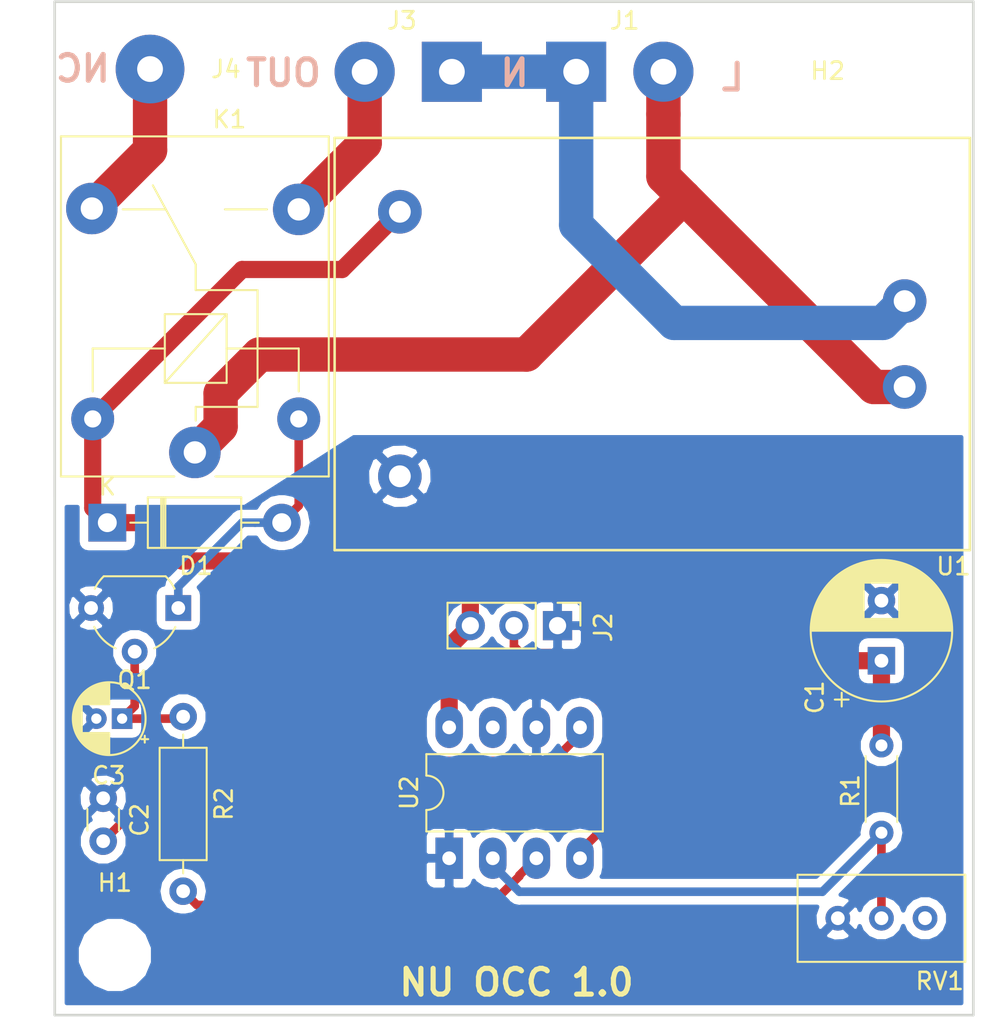
<source format=kicad_pcb>
(kicad_pcb (version 20171130) (host pcbnew 5.0.2-bee76a0~70~ubuntu18.04.1)

  (general
    (thickness 1.6)
    (drawings 25)
    (tracks 72)
    (zones 0)
    (modules 17)
    (nets 13)
  )

  (page A4)
  (layers
    (0 F.Cu signal)
    (31 B.Cu signal)
    (32 B.Adhes user)
    (33 F.Adhes user)
    (34 B.Paste user)
    (35 F.Paste user)
    (36 B.SilkS user)
    (37 F.SilkS user)
    (38 B.Mask user)
    (39 F.Mask user)
    (40 Dwgs.User user)
    (41 Cmts.User user)
    (42 Eco1.User user)
    (43 Eco2.User user)
    (44 Edge.Cuts user)
    (45 Margin user)
    (46 B.CrtYd user)
    (47 F.CrtYd user)
    (48 B.Fab user)
    (49 F.Fab user hide)
  )

  (setup
    (last_trace_width 0.5)
    (trace_clearance 0.5)
    (zone_clearance 0.5)
    (zone_45_only no)
    (trace_min 0.2)
    (segment_width 0.15)
    (edge_width 0.15)
    (via_size 0.8)
    (via_drill 0.4)
    (via_min_size 0.4)
    (via_min_drill 0.3)
    (uvia_size 0.3)
    (uvia_drill 0.1)
    (uvias_allowed no)
    (uvia_min_size 0.2)
    (uvia_min_drill 0.1)
    (pcb_text_width 0.3)
    (pcb_text_size 1.5 1.5)
    (mod_edge_width 0.15)
    (mod_text_size 1 1)
    (mod_text_width 0.15)
    (pad_size 1.524 1.524)
    (pad_drill 0.762)
    (pad_to_mask_clearance 0.051)
    (solder_mask_min_width 0.25)
    (aux_axis_origin 0 0)
    (visible_elements FFF9FF7F)
    (pcbplotparams
      (layerselection 0x010fc_ffffffff)
      (usegerberextensions true)
      (usegerberattributes false)
      (usegerberadvancedattributes false)
      (creategerberjobfile false)
      (excludeedgelayer true)
      (linewidth 0.100000)
      (plotframeref false)
      (viasonmask false)
      (mode 1)
      (useauxorigin false)
      (hpglpennumber 1)
      (hpglpenspeed 20)
      (hpglpendiameter 15.000000)
      (psnegative false)
      (psa4output false)
      (plotreference false)
      (plotvalue true)
      (plotinvisibletext false)
      (padsonsilk false)
      (subtractmaskfromsilk false)
      (outputformat 1)
      (mirror false)
      (drillshape 0)
      (scaleselection 1)
      (outputdirectory "GERBER/Gerber_v1_0/"))
  )

  (net 0 "")
  (net 1 VCC)
  (net 2 GNDREF)
  (net 3 "Net-(C2-Pad1)")
  (net 4 "Net-(C3-Pad1)")
  (net 5 "Net-(D1-Pad2)")
  (net 6 "Net-(J1-Pad1)")
  (net 7 "Net-(J1-Pad2)")
  (net 8 "Net-(J2-Pad2)")
  (net 9 "Net-(J3-Pad2)")
  (net 10 "Net-(R1-Pad2)")
  (net 11 "Net-(R2-Pad2)")
  (net 12 "Net-(J4-Pad1)")

  (net_class Default "This is the default net class."
    (clearance 0.5)
    (trace_width 0.5)
    (via_dia 0.8)
    (via_drill 0.4)
    (uvia_dia 0.3)
    (uvia_drill 0.1)
    (add_net GNDREF)
    (add_net "Net-(C2-Pad1)")
    (add_net "Net-(C3-Pad1)")
    (add_net "Net-(D1-Pad2)")
    (add_net "Net-(J2-Pad2)")
    (add_net "Net-(R1-Pad2)")
    (add_net "Net-(R2-Pad2)")
  )

  (net_class AC ""
    (clearance 1.5)
    (trace_width 2)
    (via_dia 0.8)
    (via_drill 0.4)
    (uvia_dia 0.3)
    (uvia_drill 0.1)
    (add_net "Net-(J1-Pad1)")
    (add_net "Net-(J1-Pad2)")
    (add_net "Net-(J3-Pad2)")
    (add_net "Net-(J4-Pad1)")
  )

  (net_class VCC ""
    (clearance 0.5)
    (trace_width 1)
    (via_dia 0.8)
    (via_drill 0.4)
    (uvia_dia 0.3)
    (uvia_drill 0.1)
    (add_net VCC)
  )

  (module Capacitor_THT:CP_Radial_D8.0mm_P3.50mm (layer F.Cu) (tedit 5AE50EF0) (tstamp 5DC3D6DB)
    (at 155.48 126.17 90)
    (descr "CP, Radial series, Radial, pin pitch=3.50mm, , diameter=8mm, Electrolytic Capacitor")
    (tags "CP Radial series Radial pin pitch 3.50mm  diameter 8mm Electrolytic Capacitor")
    (path /5C4717AB)
    (fp_text reference C1 (at -2.13 -3.88 90) (layer F.SilkS)
      (effects (font (size 1 1) (thickness 0.15)))
    )
    (fp_text value 470uF (at -3.81 0 180) (layer F.Fab)
      (effects (font (size 1 1) (thickness 0.15)))
    )
    (fp_text user %R (at 1.75 0 90) (layer F.Fab)
      (effects (font (size 1 1) (thickness 0.15)))
    )
    (fp_line (start -2.259698 -2.715) (end -2.259698 -1.915) (layer F.SilkS) (width 0.12))
    (fp_line (start -2.659698 -2.315) (end -1.859698 -2.315) (layer F.SilkS) (width 0.12))
    (fp_line (start 5.831 -0.533) (end 5.831 0.533) (layer F.SilkS) (width 0.12))
    (fp_line (start 5.791 -0.768) (end 5.791 0.768) (layer F.SilkS) (width 0.12))
    (fp_line (start 5.751 -0.948) (end 5.751 0.948) (layer F.SilkS) (width 0.12))
    (fp_line (start 5.711 -1.098) (end 5.711 1.098) (layer F.SilkS) (width 0.12))
    (fp_line (start 5.671 -1.229) (end 5.671 1.229) (layer F.SilkS) (width 0.12))
    (fp_line (start 5.631 -1.346) (end 5.631 1.346) (layer F.SilkS) (width 0.12))
    (fp_line (start 5.591 -1.453) (end 5.591 1.453) (layer F.SilkS) (width 0.12))
    (fp_line (start 5.551 -1.552) (end 5.551 1.552) (layer F.SilkS) (width 0.12))
    (fp_line (start 5.511 -1.645) (end 5.511 1.645) (layer F.SilkS) (width 0.12))
    (fp_line (start 5.471 -1.731) (end 5.471 1.731) (layer F.SilkS) (width 0.12))
    (fp_line (start 5.431 -1.813) (end 5.431 1.813) (layer F.SilkS) (width 0.12))
    (fp_line (start 5.391 -1.89) (end 5.391 1.89) (layer F.SilkS) (width 0.12))
    (fp_line (start 5.351 -1.964) (end 5.351 1.964) (layer F.SilkS) (width 0.12))
    (fp_line (start 5.311 -2.034) (end 5.311 2.034) (layer F.SilkS) (width 0.12))
    (fp_line (start 5.271 -2.102) (end 5.271 2.102) (layer F.SilkS) (width 0.12))
    (fp_line (start 5.231 -2.166) (end 5.231 2.166) (layer F.SilkS) (width 0.12))
    (fp_line (start 5.191 -2.228) (end 5.191 2.228) (layer F.SilkS) (width 0.12))
    (fp_line (start 5.151 -2.287) (end 5.151 2.287) (layer F.SilkS) (width 0.12))
    (fp_line (start 5.111 -2.345) (end 5.111 2.345) (layer F.SilkS) (width 0.12))
    (fp_line (start 5.071 -2.4) (end 5.071 2.4) (layer F.SilkS) (width 0.12))
    (fp_line (start 5.031 -2.454) (end 5.031 2.454) (layer F.SilkS) (width 0.12))
    (fp_line (start 4.991 -2.505) (end 4.991 2.505) (layer F.SilkS) (width 0.12))
    (fp_line (start 4.951 -2.556) (end 4.951 2.556) (layer F.SilkS) (width 0.12))
    (fp_line (start 4.911 -2.604) (end 4.911 2.604) (layer F.SilkS) (width 0.12))
    (fp_line (start 4.871 -2.651) (end 4.871 2.651) (layer F.SilkS) (width 0.12))
    (fp_line (start 4.831 -2.697) (end 4.831 2.697) (layer F.SilkS) (width 0.12))
    (fp_line (start 4.791 -2.741) (end 4.791 2.741) (layer F.SilkS) (width 0.12))
    (fp_line (start 4.751 -2.784) (end 4.751 2.784) (layer F.SilkS) (width 0.12))
    (fp_line (start 4.711 -2.826) (end 4.711 2.826) (layer F.SilkS) (width 0.12))
    (fp_line (start 4.671 -2.867) (end 4.671 2.867) (layer F.SilkS) (width 0.12))
    (fp_line (start 4.631 -2.907) (end 4.631 2.907) (layer F.SilkS) (width 0.12))
    (fp_line (start 4.591 -2.945) (end 4.591 2.945) (layer F.SilkS) (width 0.12))
    (fp_line (start 4.551 -2.983) (end 4.551 2.983) (layer F.SilkS) (width 0.12))
    (fp_line (start 4.511 1.04) (end 4.511 3.019) (layer F.SilkS) (width 0.12))
    (fp_line (start 4.511 -3.019) (end 4.511 -1.04) (layer F.SilkS) (width 0.12))
    (fp_line (start 4.471 1.04) (end 4.471 3.055) (layer F.SilkS) (width 0.12))
    (fp_line (start 4.471 -3.055) (end 4.471 -1.04) (layer F.SilkS) (width 0.12))
    (fp_line (start 4.431 1.04) (end 4.431 3.09) (layer F.SilkS) (width 0.12))
    (fp_line (start 4.431 -3.09) (end 4.431 -1.04) (layer F.SilkS) (width 0.12))
    (fp_line (start 4.391 1.04) (end 4.391 3.124) (layer F.SilkS) (width 0.12))
    (fp_line (start 4.391 -3.124) (end 4.391 -1.04) (layer F.SilkS) (width 0.12))
    (fp_line (start 4.351 1.04) (end 4.351 3.156) (layer F.SilkS) (width 0.12))
    (fp_line (start 4.351 -3.156) (end 4.351 -1.04) (layer F.SilkS) (width 0.12))
    (fp_line (start 4.311 1.04) (end 4.311 3.189) (layer F.SilkS) (width 0.12))
    (fp_line (start 4.311 -3.189) (end 4.311 -1.04) (layer F.SilkS) (width 0.12))
    (fp_line (start 4.271 1.04) (end 4.271 3.22) (layer F.SilkS) (width 0.12))
    (fp_line (start 4.271 -3.22) (end 4.271 -1.04) (layer F.SilkS) (width 0.12))
    (fp_line (start 4.231 1.04) (end 4.231 3.25) (layer F.SilkS) (width 0.12))
    (fp_line (start 4.231 -3.25) (end 4.231 -1.04) (layer F.SilkS) (width 0.12))
    (fp_line (start 4.191 1.04) (end 4.191 3.28) (layer F.SilkS) (width 0.12))
    (fp_line (start 4.191 -3.28) (end 4.191 -1.04) (layer F.SilkS) (width 0.12))
    (fp_line (start 4.151 1.04) (end 4.151 3.309) (layer F.SilkS) (width 0.12))
    (fp_line (start 4.151 -3.309) (end 4.151 -1.04) (layer F.SilkS) (width 0.12))
    (fp_line (start 4.111 1.04) (end 4.111 3.338) (layer F.SilkS) (width 0.12))
    (fp_line (start 4.111 -3.338) (end 4.111 -1.04) (layer F.SilkS) (width 0.12))
    (fp_line (start 4.071 1.04) (end 4.071 3.365) (layer F.SilkS) (width 0.12))
    (fp_line (start 4.071 -3.365) (end 4.071 -1.04) (layer F.SilkS) (width 0.12))
    (fp_line (start 4.031 1.04) (end 4.031 3.392) (layer F.SilkS) (width 0.12))
    (fp_line (start 4.031 -3.392) (end 4.031 -1.04) (layer F.SilkS) (width 0.12))
    (fp_line (start 3.991 1.04) (end 3.991 3.418) (layer F.SilkS) (width 0.12))
    (fp_line (start 3.991 -3.418) (end 3.991 -1.04) (layer F.SilkS) (width 0.12))
    (fp_line (start 3.951 1.04) (end 3.951 3.444) (layer F.SilkS) (width 0.12))
    (fp_line (start 3.951 -3.444) (end 3.951 -1.04) (layer F.SilkS) (width 0.12))
    (fp_line (start 3.911 1.04) (end 3.911 3.469) (layer F.SilkS) (width 0.12))
    (fp_line (start 3.911 -3.469) (end 3.911 -1.04) (layer F.SilkS) (width 0.12))
    (fp_line (start 3.871 1.04) (end 3.871 3.493) (layer F.SilkS) (width 0.12))
    (fp_line (start 3.871 -3.493) (end 3.871 -1.04) (layer F.SilkS) (width 0.12))
    (fp_line (start 3.831 1.04) (end 3.831 3.517) (layer F.SilkS) (width 0.12))
    (fp_line (start 3.831 -3.517) (end 3.831 -1.04) (layer F.SilkS) (width 0.12))
    (fp_line (start 3.791 1.04) (end 3.791 3.54) (layer F.SilkS) (width 0.12))
    (fp_line (start 3.791 -3.54) (end 3.791 -1.04) (layer F.SilkS) (width 0.12))
    (fp_line (start 3.751 1.04) (end 3.751 3.562) (layer F.SilkS) (width 0.12))
    (fp_line (start 3.751 -3.562) (end 3.751 -1.04) (layer F.SilkS) (width 0.12))
    (fp_line (start 3.711 1.04) (end 3.711 3.584) (layer F.SilkS) (width 0.12))
    (fp_line (start 3.711 -3.584) (end 3.711 -1.04) (layer F.SilkS) (width 0.12))
    (fp_line (start 3.671 1.04) (end 3.671 3.606) (layer F.SilkS) (width 0.12))
    (fp_line (start 3.671 -3.606) (end 3.671 -1.04) (layer F.SilkS) (width 0.12))
    (fp_line (start 3.631 1.04) (end 3.631 3.627) (layer F.SilkS) (width 0.12))
    (fp_line (start 3.631 -3.627) (end 3.631 -1.04) (layer F.SilkS) (width 0.12))
    (fp_line (start 3.591 1.04) (end 3.591 3.647) (layer F.SilkS) (width 0.12))
    (fp_line (start 3.591 -3.647) (end 3.591 -1.04) (layer F.SilkS) (width 0.12))
    (fp_line (start 3.551 1.04) (end 3.551 3.666) (layer F.SilkS) (width 0.12))
    (fp_line (start 3.551 -3.666) (end 3.551 -1.04) (layer F.SilkS) (width 0.12))
    (fp_line (start 3.511 1.04) (end 3.511 3.686) (layer F.SilkS) (width 0.12))
    (fp_line (start 3.511 -3.686) (end 3.511 -1.04) (layer F.SilkS) (width 0.12))
    (fp_line (start 3.471 1.04) (end 3.471 3.704) (layer F.SilkS) (width 0.12))
    (fp_line (start 3.471 -3.704) (end 3.471 -1.04) (layer F.SilkS) (width 0.12))
    (fp_line (start 3.431 1.04) (end 3.431 3.722) (layer F.SilkS) (width 0.12))
    (fp_line (start 3.431 -3.722) (end 3.431 -1.04) (layer F.SilkS) (width 0.12))
    (fp_line (start 3.391 1.04) (end 3.391 3.74) (layer F.SilkS) (width 0.12))
    (fp_line (start 3.391 -3.74) (end 3.391 -1.04) (layer F.SilkS) (width 0.12))
    (fp_line (start 3.351 1.04) (end 3.351 3.757) (layer F.SilkS) (width 0.12))
    (fp_line (start 3.351 -3.757) (end 3.351 -1.04) (layer F.SilkS) (width 0.12))
    (fp_line (start 3.311 1.04) (end 3.311 3.774) (layer F.SilkS) (width 0.12))
    (fp_line (start 3.311 -3.774) (end 3.311 -1.04) (layer F.SilkS) (width 0.12))
    (fp_line (start 3.271 1.04) (end 3.271 3.79) (layer F.SilkS) (width 0.12))
    (fp_line (start 3.271 -3.79) (end 3.271 -1.04) (layer F.SilkS) (width 0.12))
    (fp_line (start 3.231 1.04) (end 3.231 3.805) (layer F.SilkS) (width 0.12))
    (fp_line (start 3.231 -3.805) (end 3.231 -1.04) (layer F.SilkS) (width 0.12))
    (fp_line (start 3.191 1.04) (end 3.191 3.821) (layer F.SilkS) (width 0.12))
    (fp_line (start 3.191 -3.821) (end 3.191 -1.04) (layer F.SilkS) (width 0.12))
    (fp_line (start 3.151 1.04) (end 3.151 3.835) (layer F.SilkS) (width 0.12))
    (fp_line (start 3.151 -3.835) (end 3.151 -1.04) (layer F.SilkS) (width 0.12))
    (fp_line (start 3.111 1.04) (end 3.111 3.85) (layer F.SilkS) (width 0.12))
    (fp_line (start 3.111 -3.85) (end 3.111 -1.04) (layer F.SilkS) (width 0.12))
    (fp_line (start 3.071 1.04) (end 3.071 3.863) (layer F.SilkS) (width 0.12))
    (fp_line (start 3.071 -3.863) (end 3.071 -1.04) (layer F.SilkS) (width 0.12))
    (fp_line (start 3.031 1.04) (end 3.031 3.877) (layer F.SilkS) (width 0.12))
    (fp_line (start 3.031 -3.877) (end 3.031 -1.04) (layer F.SilkS) (width 0.12))
    (fp_line (start 2.991 1.04) (end 2.991 3.889) (layer F.SilkS) (width 0.12))
    (fp_line (start 2.991 -3.889) (end 2.991 -1.04) (layer F.SilkS) (width 0.12))
    (fp_line (start 2.951 1.04) (end 2.951 3.902) (layer F.SilkS) (width 0.12))
    (fp_line (start 2.951 -3.902) (end 2.951 -1.04) (layer F.SilkS) (width 0.12))
    (fp_line (start 2.911 1.04) (end 2.911 3.914) (layer F.SilkS) (width 0.12))
    (fp_line (start 2.911 -3.914) (end 2.911 -1.04) (layer F.SilkS) (width 0.12))
    (fp_line (start 2.871 1.04) (end 2.871 3.925) (layer F.SilkS) (width 0.12))
    (fp_line (start 2.871 -3.925) (end 2.871 -1.04) (layer F.SilkS) (width 0.12))
    (fp_line (start 2.831 1.04) (end 2.831 3.936) (layer F.SilkS) (width 0.12))
    (fp_line (start 2.831 -3.936) (end 2.831 -1.04) (layer F.SilkS) (width 0.12))
    (fp_line (start 2.791 1.04) (end 2.791 3.947) (layer F.SilkS) (width 0.12))
    (fp_line (start 2.791 -3.947) (end 2.791 -1.04) (layer F.SilkS) (width 0.12))
    (fp_line (start 2.751 1.04) (end 2.751 3.957) (layer F.SilkS) (width 0.12))
    (fp_line (start 2.751 -3.957) (end 2.751 -1.04) (layer F.SilkS) (width 0.12))
    (fp_line (start 2.711 1.04) (end 2.711 3.967) (layer F.SilkS) (width 0.12))
    (fp_line (start 2.711 -3.967) (end 2.711 -1.04) (layer F.SilkS) (width 0.12))
    (fp_line (start 2.671 1.04) (end 2.671 3.976) (layer F.SilkS) (width 0.12))
    (fp_line (start 2.671 -3.976) (end 2.671 -1.04) (layer F.SilkS) (width 0.12))
    (fp_line (start 2.631 1.04) (end 2.631 3.985) (layer F.SilkS) (width 0.12))
    (fp_line (start 2.631 -3.985) (end 2.631 -1.04) (layer F.SilkS) (width 0.12))
    (fp_line (start 2.591 1.04) (end 2.591 3.994) (layer F.SilkS) (width 0.12))
    (fp_line (start 2.591 -3.994) (end 2.591 -1.04) (layer F.SilkS) (width 0.12))
    (fp_line (start 2.551 1.04) (end 2.551 4.002) (layer F.SilkS) (width 0.12))
    (fp_line (start 2.551 -4.002) (end 2.551 -1.04) (layer F.SilkS) (width 0.12))
    (fp_line (start 2.511 1.04) (end 2.511 4.01) (layer F.SilkS) (width 0.12))
    (fp_line (start 2.511 -4.01) (end 2.511 -1.04) (layer F.SilkS) (width 0.12))
    (fp_line (start 2.471 1.04) (end 2.471 4.017) (layer F.SilkS) (width 0.12))
    (fp_line (start 2.471 -4.017) (end 2.471 -1.04) (layer F.SilkS) (width 0.12))
    (fp_line (start 2.43 -4.024) (end 2.43 4.024) (layer F.SilkS) (width 0.12))
    (fp_line (start 2.39 -4.03) (end 2.39 4.03) (layer F.SilkS) (width 0.12))
    (fp_line (start 2.35 -4.037) (end 2.35 4.037) (layer F.SilkS) (width 0.12))
    (fp_line (start 2.31 -4.042) (end 2.31 4.042) (layer F.SilkS) (width 0.12))
    (fp_line (start 2.27 -4.048) (end 2.27 4.048) (layer F.SilkS) (width 0.12))
    (fp_line (start 2.23 -4.052) (end 2.23 4.052) (layer F.SilkS) (width 0.12))
    (fp_line (start 2.19 -4.057) (end 2.19 4.057) (layer F.SilkS) (width 0.12))
    (fp_line (start 2.15 -4.061) (end 2.15 4.061) (layer F.SilkS) (width 0.12))
    (fp_line (start 2.11 -4.065) (end 2.11 4.065) (layer F.SilkS) (width 0.12))
    (fp_line (start 2.07 -4.068) (end 2.07 4.068) (layer F.SilkS) (width 0.12))
    (fp_line (start 2.03 -4.071) (end 2.03 4.071) (layer F.SilkS) (width 0.12))
    (fp_line (start 1.99 -4.074) (end 1.99 4.074) (layer F.SilkS) (width 0.12))
    (fp_line (start 1.95 -4.076) (end 1.95 4.076) (layer F.SilkS) (width 0.12))
    (fp_line (start 1.91 -4.077) (end 1.91 4.077) (layer F.SilkS) (width 0.12))
    (fp_line (start 1.87 -4.079) (end 1.87 4.079) (layer F.SilkS) (width 0.12))
    (fp_line (start 1.83 -4.08) (end 1.83 4.08) (layer F.SilkS) (width 0.12))
    (fp_line (start 1.79 -4.08) (end 1.79 4.08) (layer F.SilkS) (width 0.12))
    (fp_line (start 1.75 -4.08) (end 1.75 4.08) (layer F.SilkS) (width 0.12))
    (fp_line (start -1.276759 -2.1475) (end -1.276759 -1.3475) (layer F.Fab) (width 0.1))
    (fp_line (start -1.676759 -1.7475) (end -0.876759 -1.7475) (layer F.Fab) (width 0.1))
    (fp_circle (center 1.75 0) (end 6 0) (layer F.CrtYd) (width 0.05))
    (fp_circle (center 1.75 0) (end 5.87 0) (layer F.SilkS) (width 0.12))
    (fp_circle (center 1.75 0) (end 5.75 0) (layer F.Fab) (width 0.1))
    (pad 2 thru_hole circle (at 3.5 0 90) (size 1.6 1.6) (drill 0.8) (layers *.Cu *.Mask)
      (net 2 GNDREF))
    (pad 1 thru_hole rect (at 0 0 90) (size 1.6 1.6) (drill 0.8) (layers *.Cu *.Mask)
      (net 1 VCC))
    (model ${KISYS3DMOD}/Capacitor_THT.3dshapes/CP_Radial_D8.0mm_P3.50mm.wrl
      (at (xyz 0 0 0))
      (scale (xyz 1 1 1))
      (rotate (xyz 0 0 0))
    )
  )

  (module Capacitor_THT:C_Disc_D3.0mm_W1.6mm_P2.50mm (layer F.Cu) (tedit 5AE50EF0) (tstamp 5DC3D83B)
    (at 110.15 136.675 90)
    (descr "C, Disc series, Radial, pin pitch=2.50mm, , diameter*width=3.0*1.6mm^2, Capacitor, http://www.vishay.com/docs/45233/krseries.pdf")
    (tags "C Disc series Radial pin pitch 2.50mm  diameter 3.0mm width 1.6mm Capacitor")
    (path /5C471848)
    (fp_text reference C2 (at 1.236 2.122 90) (layer F.SilkS)
      (effects (font (size 1 1) (thickness 0.15)))
    )
    (fp_text value 0.01uF (at 1.25 2.05 90) (layer F.Fab)
      (effects (font (size 1 1) (thickness 0.15)))
    )
    (fp_text user %R (at 1.25 0 90) (layer F.Fab)
      (effects (font (size 0.6 0.6) (thickness 0.09)))
    )
    (fp_line (start 3.55 -1.05) (end -1.05 -1.05) (layer F.CrtYd) (width 0.05))
    (fp_line (start 3.55 1.05) (end 3.55 -1.05) (layer F.CrtYd) (width 0.05))
    (fp_line (start -1.05 1.05) (end 3.55 1.05) (layer F.CrtYd) (width 0.05))
    (fp_line (start -1.05 -1.05) (end -1.05 1.05) (layer F.CrtYd) (width 0.05))
    (fp_line (start 0.621 0.92) (end 1.879 0.92) (layer F.SilkS) (width 0.12))
    (fp_line (start 0.621 -0.92) (end 1.879 -0.92) (layer F.SilkS) (width 0.12))
    (fp_line (start 2.75 -0.8) (end -0.25 -0.8) (layer F.Fab) (width 0.1))
    (fp_line (start 2.75 0.8) (end 2.75 -0.8) (layer F.Fab) (width 0.1))
    (fp_line (start -0.25 0.8) (end 2.75 0.8) (layer F.Fab) (width 0.1))
    (fp_line (start -0.25 -0.8) (end -0.25 0.8) (layer F.Fab) (width 0.1))
    (pad 2 thru_hole circle (at 2.5 0 90) (size 1.6 1.6) (drill 0.8) (layers *.Cu *.Mask)
      (net 2 GNDREF))
    (pad 1 thru_hole circle (at 0 0 90) (size 1.6 1.6) (drill 0.8) (layers *.Cu *.Mask)
      (net 3 "Net-(C2-Pad1)"))
    (model ${KISYS3DMOD}/Capacitor_THT.3dshapes/C_Disc_D3.0mm_W1.6mm_P2.50mm.wrl
      (at (xyz 0 0 0))
      (scale (xyz 1 1 1))
      (rotate (xyz 0 0 0))
    )
  )

  (module Capacitor_THT:CP_Radial_D4.0mm_P1.50mm (layer F.Cu) (tedit 5AE50EF0) (tstamp 5DC3D9B5)
    (at 111.252 129.54 180)
    (descr "CP, Radial series, Radial, pin pitch=1.50mm, , diameter=4mm, Electrolytic Capacitor")
    (tags "CP Radial series Radial pin pitch 1.50mm  diameter 4mm Electrolytic Capacitor")
    (path /5C4714D1)
    (fp_text reference C3 (at 0.777 -3.31 180) (layer F.SilkS)
      (effects (font (size 1 1) (thickness 0.15)))
    )
    (fp_text value 10uF (at 5.08 1.27 180) (layer F.Fab)
      (effects (font (size 1 1) (thickness 0.15)))
    )
    (fp_text user %R (at 0.75 0 180) (layer F.Fab)
      (effects (font (size 0.8 0.8) (thickness 0.12)))
    )
    (fp_line (start -1.319801 -1.395) (end -1.319801 -0.995) (layer F.SilkS) (width 0.12))
    (fp_line (start -1.519801 -1.195) (end -1.119801 -1.195) (layer F.SilkS) (width 0.12))
    (fp_line (start 2.831 -0.37) (end 2.831 0.37) (layer F.SilkS) (width 0.12))
    (fp_line (start 2.791 -0.537) (end 2.791 0.537) (layer F.SilkS) (width 0.12))
    (fp_line (start 2.751 -0.664) (end 2.751 0.664) (layer F.SilkS) (width 0.12))
    (fp_line (start 2.711 -0.768) (end 2.711 0.768) (layer F.SilkS) (width 0.12))
    (fp_line (start 2.671 -0.859) (end 2.671 0.859) (layer F.SilkS) (width 0.12))
    (fp_line (start 2.631 -0.94) (end 2.631 0.94) (layer F.SilkS) (width 0.12))
    (fp_line (start 2.591 -1.013) (end 2.591 1.013) (layer F.SilkS) (width 0.12))
    (fp_line (start 2.551 -1.08) (end 2.551 1.08) (layer F.SilkS) (width 0.12))
    (fp_line (start 2.511 -1.142) (end 2.511 1.142) (layer F.SilkS) (width 0.12))
    (fp_line (start 2.471 -1.2) (end 2.471 1.2) (layer F.SilkS) (width 0.12))
    (fp_line (start 2.431 -1.254) (end 2.431 1.254) (layer F.SilkS) (width 0.12))
    (fp_line (start 2.391 -1.304) (end 2.391 1.304) (layer F.SilkS) (width 0.12))
    (fp_line (start 2.351 -1.351) (end 2.351 1.351) (layer F.SilkS) (width 0.12))
    (fp_line (start 2.311 0.84) (end 2.311 1.396) (layer F.SilkS) (width 0.12))
    (fp_line (start 2.311 -1.396) (end 2.311 -0.84) (layer F.SilkS) (width 0.12))
    (fp_line (start 2.271 0.84) (end 2.271 1.438) (layer F.SilkS) (width 0.12))
    (fp_line (start 2.271 -1.438) (end 2.271 -0.84) (layer F.SilkS) (width 0.12))
    (fp_line (start 2.231 0.84) (end 2.231 1.478) (layer F.SilkS) (width 0.12))
    (fp_line (start 2.231 -1.478) (end 2.231 -0.84) (layer F.SilkS) (width 0.12))
    (fp_line (start 2.191 0.84) (end 2.191 1.516) (layer F.SilkS) (width 0.12))
    (fp_line (start 2.191 -1.516) (end 2.191 -0.84) (layer F.SilkS) (width 0.12))
    (fp_line (start 2.151 0.84) (end 2.151 1.552) (layer F.SilkS) (width 0.12))
    (fp_line (start 2.151 -1.552) (end 2.151 -0.84) (layer F.SilkS) (width 0.12))
    (fp_line (start 2.111 0.84) (end 2.111 1.587) (layer F.SilkS) (width 0.12))
    (fp_line (start 2.111 -1.587) (end 2.111 -0.84) (layer F.SilkS) (width 0.12))
    (fp_line (start 2.071 0.84) (end 2.071 1.619) (layer F.SilkS) (width 0.12))
    (fp_line (start 2.071 -1.619) (end 2.071 -0.84) (layer F.SilkS) (width 0.12))
    (fp_line (start 2.031 0.84) (end 2.031 1.65) (layer F.SilkS) (width 0.12))
    (fp_line (start 2.031 -1.65) (end 2.031 -0.84) (layer F.SilkS) (width 0.12))
    (fp_line (start 1.991 0.84) (end 1.991 1.68) (layer F.SilkS) (width 0.12))
    (fp_line (start 1.991 -1.68) (end 1.991 -0.84) (layer F.SilkS) (width 0.12))
    (fp_line (start 1.951 0.84) (end 1.951 1.708) (layer F.SilkS) (width 0.12))
    (fp_line (start 1.951 -1.708) (end 1.951 -0.84) (layer F.SilkS) (width 0.12))
    (fp_line (start 1.911 0.84) (end 1.911 1.735) (layer F.SilkS) (width 0.12))
    (fp_line (start 1.911 -1.735) (end 1.911 -0.84) (layer F.SilkS) (width 0.12))
    (fp_line (start 1.871 0.84) (end 1.871 1.76) (layer F.SilkS) (width 0.12))
    (fp_line (start 1.871 -1.76) (end 1.871 -0.84) (layer F.SilkS) (width 0.12))
    (fp_line (start 1.831 0.84) (end 1.831 1.785) (layer F.SilkS) (width 0.12))
    (fp_line (start 1.831 -1.785) (end 1.831 -0.84) (layer F.SilkS) (width 0.12))
    (fp_line (start 1.791 0.84) (end 1.791 1.808) (layer F.SilkS) (width 0.12))
    (fp_line (start 1.791 -1.808) (end 1.791 -0.84) (layer F.SilkS) (width 0.12))
    (fp_line (start 1.751 0.84) (end 1.751 1.83) (layer F.SilkS) (width 0.12))
    (fp_line (start 1.751 -1.83) (end 1.751 -0.84) (layer F.SilkS) (width 0.12))
    (fp_line (start 1.711 0.84) (end 1.711 1.851) (layer F.SilkS) (width 0.12))
    (fp_line (start 1.711 -1.851) (end 1.711 -0.84) (layer F.SilkS) (width 0.12))
    (fp_line (start 1.671 0.84) (end 1.671 1.87) (layer F.SilkS) (width 0.12))
    (fp_line (start 1.671 -1.87) (end 1.671 -0.84) (layer F.SilkS) (width 0.12))
    (fp_line (start 1.631 0.84) (end 1.631 1.889) (layer F.SilkS) (width 0.12))
    (fp_line (start 1.631 -1.889) (end 1.631 -0.84) (layer F.SilkS) (width 0.12))
    (fp_line (start 1.591 0.84) (end 1.591 1.907) (layer F.SilkS) (width 0.12))
    (fp_line (start 1.591 -1.907) (end 1.591 -0.84) (layer F.SilkS) (width 0.12))
    (fp_line (start 1.551 0.84) (end 1.551 1.924) (layer F.SilkS) (width 0.12))
    (fp_line (start 1.551 -1.924) (end 1.551 -0.84) (layer F.SilkS) (width 0.12))
    (fp_line (start 1.511 0.84) (end 1.511 1.94) (layer F.SilkS) (width 0.12))
    (fp_line (start 1.511 -1.94) (end 1.511 -0.84) (layer F.SilkS) (width 0.12))
    (fp_line (start 1.471 0.84) (end 1.471 1.954) (layer F.SilkS) (width 0.12))
    (fp_line (start 1.471 -1.954) (end 1.471 -0.84) (layer F.SilkS) (width 0.12))
    (fp_line (start 1.43 0.84) (end 1.43 1.968) (layer F.SilkS) (width 0.12))
    (fp_line (start 1.43 -1.968) (end 1.43 -0.84) (layer F.SilkS) (width 0.12))
    (fp_line (start 1.39 0.84) (end 1.39 1.982) (layer F.SilkS) (width 0.12))
    (fp_line (start 1.39 -1.982) (end 1.39 -0.84) (layer F.SilkS) (width 0.12))
    (fp_line (start 1.35 0.84) (end 1.35 1.994) (layer F.SilkS) (width 0.12))
    (fp_line (start 1.35 -1.994) (end 1.35 -0.84) (layer F.SilkS) (width 0.12))
    (fp_line (start 1.31 0.84) (end 1.31 2.005) (layer F.SilkS) (width 0.12))
    (fp_line (start 1.31 -2.005) (end 1.31 -0.84) (layer F.SilkS) (width 0.12))
    (fp_line (start 1.27 0.84) (end 1.27 2.016) (layer F.SilkS) (width 0.12))
    (fp_line (start 1.27 -2.016) (end 1.27 -0.84) (layer F.SilkS) (width 0.12))
    (fp_line (start 1.23 0.84) (end 1.23 2.025) (layer F.SilkS) (width 0.12))
    (fp_line (start 1.23 -2.025) (end 1.23 -0.84) (layer F.SilkS) (width 0.12))
    (fp_line (start 1.19 0.84) (end 1.19 2.034) (layer F.SilkS) (width 0.12))
    (fp_line (start 1.19 -2.034) (end 1.19 -0.84) (layer F.SilkS) (width 0.12))
    (fp_line (start 1.15 0.84) (end 1.15 2.042) (layer F.SilkS) (width 0.12))
    (fp_line (start 1.15 -2.042) (end 1.15 -0.84) (layer F.SilkS) (width 0.12))
    (fp_line (start 1.11 0.84) (end 1.11 2.05) (layer F.SilkS) (width 0.12))
    (fp_line (start 1.11 -2.05) (end 1.11 -0.84) (layer F.SilkS) (width 0.12))
    (fp_line (start 1.07 0.84) (end 1.07 2.056) (layer F.SilkS) (width 0.12))
    (fp_line (start 1.07 -2.056) (end 1.07 -0.84) (layer F.SilkS) (width 0.12))
    (fp_line (start 1.03 0.84) (end 1.03 2.062) (layer F.SilkS) (width 0.12))
    (fp_line (start 1.03 -2.062) (end 1.03 -0.84) (layer F.SilkS) (width 0.12))
    (fp_line (start 0.99 0.84) (end 0.99 2.067) (layer F.SilkS) (width 0.12))
    (fp_line (start 0.99 -2.067) (end 0.99 -0.84) (layer F.SilkS) (width 0.12))
    (fp_line (start 0.95 0.84) (end 0.95 2.071) (layer F.SilkS) (width 0.12))
    (fp_line (start 0.95 -2.071) (end 0.95 -0.84) (layer F.SilkS) (width 0.12))
    (fp_line (start 0.91 0.84) (end 0.91 2.074) (layer F.SilkS) (width 0.12))
    (fp_line (start 0.91 -2.074) (end 0.91 -0.84) (layer F.SilkS) (width 0.12))
    (fp_line (start 0.87 0.84) (end 0.87 2.077) (layer F.SilkS) (width 0.12))
    (fp_line (start 0.87 -2.077) (end 0.87 -0.84) (layer F.SilkS) (width 0.12))
    (fp_line (start 0.83 -2.079) (end 0.83 -0.84) (layer F.SilkS) (width 0.12))
    (fp_line (start 0.83 0.84) (end 0.83 2.079) (layer F.SilkS) (width 0.12))
    (fp_line (start 0.79 -2.08) (end 0.79 -0.84) (layer F.SilkS) (width 0.12))
    (fp_line (start 0.79 0.84) (end 0.79 2.08) (layer F.SilkS) (width 0.12))
    (fp_line (start 0.75 -2.08) (end 0.75 -0.84) (layer F.SilkS) (width 0.12))
    (fp_line (start 0.75 0.84) (end 0.75 2.08) (layer F.SilkS) (width 0.12))
    (fp_line (start -0.752554 -1.0675) (end -0.752554 -0.6675) (layer F.Fab) (width 0.1))
    (fp_line (start -0.952554 -0.8675) (end -0.552554 -0.8675) (layer F.Fab) (width 0.1))
    (fp_circle (center 0.75 0) (end 3 0) (layer F.CrtYd) (width 0.05))
    (fp_circle (center 0.75 0) (end 2.87 0) (layer F.SilkS) (width 0.12))
    (fp_circle (center 0.75 0) (end 2.75 0) (layer F.Fab) (width 0.1))
    (pad 2 thru_hole circle (at 1.5 0 180) (size 1.2 1.2) (drill 0.6) (layers *.Cu *.Mask)
      (net 2 GNDREF))
    (pad 1 thru_hole rect (at 0 0 180) (size 1.2 1.2) (drill 0.6) (layers *.Cu *.Mask)
      (net 4 "Net-(C3-Pad1)"))
    (model ${KISYS3DMOD}/Capacitor_THT.3dshapes/CP_Radial_D4.0mm_P1.50mm.wrl
      (at (xyz 0 0 0))
      (scale (xyz 1 1 1))
      (rotate (xyz 0 0 0))
    )
  )

  (module Diode_THT:D_DO-41_SOD81_P10.16mm_Horizontal (layer F.Cu) (tedit 5AE50CD5) (tstamp 5DC3DAA7)
    (at 110.39 118.13)
    (descr "Diode, DO-41_SOD81 series, Axial, Horizontal, pin pitch=10.16mm, , length*diameter=5.2*2.7mm^2, , http://www.diodes.com/_files/packages/DO-41%20(Plastic).pdf")
    (tags "Diode DO-41_SOD81 series Axial Horizontal pin pitch 10.16mm  length 5.2mm diameter 2.7mm")
    (path /5C470ECF)
    (fp_text reference D1 (at 5.16 2.52) (layer F.SilkS)
      (effects (font (size 1 1) (thickness 0.15)))
    )
    (fp_text value 1N4001 (at 5.08 2.47) (layer F.Fab)
      (effects (font (size 1 1) (thickness 0.15)))
    )
    (fp_text user K (at 0 -2.1) (layer F.SilkS)
      (effects (font (size 1 1) (thickness 0.15)))
    )
    (fp_text user K (at 0 -2.1) (layer F.Fab)
      (effects (font (size 1 1) (thickness 0.15)))
    )
    (fp_text user %R (at 5.47 0) (layer F.Fab)
      (effects (font (size 1 1) (thickness 0.15)))
    )
    (fp_line (start 11.51 -1.6) (end -1.35 -1.6) (layer F.CrtYd) (width 0.05))
    (fp_line (start 11.51 1.6) (end 11.51 -1.6) (layer F.CrtYd) (width 0.05))
    (fp_line (start -1.35 1.6) (end 11.51 1.6) (layer F.CrtYd) (width 0.05))
    (fp_line (start -1.35 -1.6) (end -1.35 1.6) (layer F.CrtYd) (width 0.05))
    (fp_line (start 3.14 -1.47) (end 3.14 1.47) (layer F.SilkS) (width 0.12))
    (fp_line (start 3.38 -1.47) (end 3.38 1.47) (layer F.SilkS) (width 0.12))
    (fp_line (start 3.26 -1.47) (end 3.26 1.47) (layer F.SilkS) (width 0.12))
    (fp_line (start 8.82 0) (end 7.8 0) (layer F.SilkS) (width 0.12))
    (fp_line (start 1.34 0) (end 2.36 0) (layer F.SilkS) (width 0.12))
    (fp_line (start 7.8 -1.47) (end 2.36 -1.47) (layer F.SilkS) (width 0.12))
    (fp_line (start 7.8 1.47) (end 7.8 -1.47) (layer F.SilkS) (width 0.12))
    (fp_line (start 2.36 1.47) (end 7.8 1.47) (layer F.SilkS) (width 0.12))
    (fp_line (start 2.36 -1.47) (end 2.36 1.47) (layer F.SilkS) (width 0.12))
    (fp_line (start 3.16 -1.35) (end 3.16 1.35) (layer F.Fab) (width 0.1))
    (fp_line (start 3.36 -1.35) (end 3.36 1.35) (layer F.Fab) (width 0.1))
    (fp_line (start 3.26 -1.35) (end 3.26 1.35) (layer F.Fab) (width 0.1))
    (fp_line (start 10.16 0) (end 7.68 0) (layer F.Fab) (width 0.1))
    (fp_line (start 0 0) (end 2.48 0) (layer F.Fab) (width 0.1))
    (fp_line (start 7.68 -1.35) (end 2.48 -1.35) (layer F.Fab) (width 0.1))
    (fp_line (start 7.68 1.35) (end 7.68 -1.35) (layer F.Fab) (width 0.1))
    (fp_line (start 2.48 1.35) (end 7.68 1.35) (layer F.Fab) (width 0.1))
    (fp_line (start 2.48 -1.35) (end 2.48 1.35) (layer F.Fab) (width 0.1))
    (pad 2 thru_hole oval (at 10.16 0) (size 2.2 2.2) (drill 1.1) (layers *.Cu *.Mask)
      (net 5 "Net-(D1-Pad2)"))
    (pad 1 thru_hole rect (at 0 0) (size 2.2 2.2) (drill 1.1) (layers *.Cu *.Mask)
      (net 1 VCC))
    (model ${KISYS3DMOD}/Diode_THT.3dshapes/D_DO-41_SOD81_P10.16mm_Horizontal.wrl
      (at (xyz 0 0 0))
      (scale (xyz 1 1 1))
      (rotate (xyz 0 0 0))
    )
  )

  (module Connector_PinHeader_2.54mm:PinHeader_1x03_P2.54mm_Vertical (layer F.Cu) (tedit 59FED5CC) (tstamp 5DC3E783)
    (at 136.615 124.125 270)
    (descr "Through hole straight pin header, 1x03, 2.54mm pitch, single row")
    (tags "Through hole pin header THT 1x03 2.54mm single row")
    (path /5C473F9C)
    (fp_text reference J2 (at 0.1 -2.66 270) (layer F.SilkS)
      (effects (font (size 1 1) (thickness 0.15)))
    )
    (fp_text value Conn_01x03_Female (at 0 7.41 270) (layer F.Fab)
      (effects (font (size 1 1) (thickness 0.15)))
    )
    (fp_text user %R (at 0 2.54) (layer F.Fab)
      (effects (font (size 1 1) (thickness 0.15)))
    )
    (fp_line (start 1.8 -1.8) (end -1.8 -1.8) (layer F.CrtYd) (width 0.05))
    (fp_line (start 1.8 6.85) (end 1.8 -1.8) (layer F.CrtYd) (width 0.05))
    (fp_line (start -1.8 6.85) (end 1.8 6.85) (layer F.CrtYd) (width 0.05))
    (fp_line (start -1.8 -1.8) (end -1.8 6.85) (layer F.CrtYd) (width 0.05))
    (fp_line (start -1.33 -1.33) (end 0 -1.33) (layer F.SilkS) (width 0.12))
    (fp_line (start -1.33 0) (end -1.33 -1.33) (layer F.SilkS) (width 0.12))
    (fp_line (start -1.33 1.27) (end 1.33 1.27) (layer F.SilkS) (width 0.12))
    (fp_line (start 1.33 1.27) (end 1.33 6.41) (layer F.SilkS) (width 0.12))
    (fp_line (start -1.33 1.27) (end -1.33 6.41) (layer F.SilkS) (width 0.12))
    (fp_line (start -1.33 6.41) (end 1.33 6.41) (layer F.SilkS) (width 0.12))
    (fp_line (start -1.27 -0.635) (end -0.635 -1.27) (layer F.Fab) (width 0.1))
    (fp_line (start -1.27 6.35) (end -1.27 -0.635) (layer F.Fab) (width 0.1))
    (fp_line (start 1.27 6.35) (end -1.27 6.35) (layer F.Fab) (width 0.1))
    (fp_line (start 1.27 -1.27) (end 1.27 6.35) (layer F.Fab) (width 0.1))
    (fp_line (start -0.635 -1.27) (end 1.27 -1.27) (layer F.Fab) (width 0.1))
    (pad 3 thru_hole oval (at 0 5.08 270) (size 1.7 1.7) (drill 1) (layers *.Cu *.Mask)
      (net 1 VCC))
    (pad 2 thru_hole oval (at 0 2.54 270) (size 1.7 1.7) (drill 1) (layers *.Cu *.Mask)
      (net 8 "Net-(J2-Pad2)"))
    (pad 1 thru_hole rect (at 0 0 270) (size 1.7 1.7) (drill 1) (layers *.Cu *.Mask)
      (net 2 GNDREF))
    (model ${KISYS3DMOD}/Connector_PinHeader_2.54mm.3dshapes/PinHeader_1x03_P2.54mm_Vertical.wrl
      (at (xyz 0 0 0))
      (scale (xyz 1 1 1))
      (rotate (xyz 0 0 0))
    )
  )

  (module Relay_THT:Relay_SPDT_SANYOU_SRD_Series_Form_C (layer F.Cu) (tedit 58FA3148) (tstamp 5DC42EA4)
    (at 115.49 114.04 90)
    (descr "relay Sanyou SRD series Form C http://www.sanyourelay.ca/public/products/pdf/SRD.pdf")
    (tags "relay Sanyu SRD form C")
    (path /5C47358F)
    (fp_text reference K1 (at 19.39 2.01 180) (layer F.SilkS)
      (effects (font (size 1 1) (thickness 0.15)))
    )
    (fp_text value JQC-3F-1C-DC5V (at 8 -9.6 90) (layer F.Fab)
      (effects (font (size 1 1) (thickness 0.15)))
    )
    (fp_line (start 8.05 1.85) (end 4.05 1.85) (layer F.SilkS) (width 0.12))
    (fp_line (start 8.05 -1.75) (end 8.05 1.85) (layer F.SilkS) (width 0.12))
    (fp_line (start 4.05 -1.75) (end 8.05 -1.75) (layer F.SilkS) (width 0.12))
    (fp_line (start 4.05 1.85) (end 4.05 -1.75) (layer F.SilkS) (width 0.12))
    (fp_line (start 8.05 1.85) (end 4.05 -1.75) (layer F.SilkS) (width 0.12))
    (fp_line (start 6.05 1.85) (end 6.05 6.05) (layer F.SilkS) (width 0.12))
    (fp_line (start 6.05 -5.95) (end 6.05 -1.75) (layer F.SilkS) (width 0.12))
    (fp_line (start 2.65 0.05) (end 2.65 3.65) (layer F.SilkS) (width 0.12))
    (fp_line (start 9.45 0.05) (end 9.45 3.65) (layer F.SilkS) (width 0.12))
    (fp_line (start 9.45 3.65) (end 2.65 3.65) (layer F.SilkS) (width 0.12))
    (fp_line (start 10.95 0.05) (end 15.55 -2.45) (layer F.SilkS) (width 0.12))
    (fp_line (start 9.45 0.05) (end 10.95 0.05) (layer F.SilkS) (width 0.12))
    (fp_line (start 6.05 -5.95) (end 3.55 -5.95) (layer F.SilkS) (width 0.12))
    (fp_line (start 2.65 0.05) (end 1.85 0.05) (layer F.SilkS) (width 0.12))
    (fp_line (start 3.55 6.05) (end 6.05 6.05) (layer F.SilkS) (width 0.12))
    (fp_line (start 14.15 -4.2) (end 14.15 -1.7) (layer F.SilkS) (width 0.12))
    (fp_line (start 14.15 4.2) (end 14.15 1.75) (layer F.SilkS) (width 0.12))
    (fp_line (start -1.55 7.95) (end 18.55 7.95) (layer F.CrtYd) (width 0.05))
    (fp_line (start 18.55 -7.95) (end 18.55 7.95) (layer F.CrtYd) (width 0.05))
    (fp_line (start -1.55 7.95) (end -1.55 -7.95) (layer F.CrtYd) (width 0.05))
    (fp_line (start 18.55 -7.95) (end -1.55 -7.95) (layer F.CrtYd) (width 0.05))
    (fp_text user %R (at 7.1 0.025 90) (layer F.Fab)
      (effects (font (size 1 1) (thickness 0.15)))
    )
    (fp_line (start -1.3 7.7) (end -1.3 -7.7) (layer F.Fab) (width 0.12))
    (fp_line (start 18.3 7.7) (end -1.3 7.7) (layer F.Fab) (width 0.12))
    (fp_line (start 18.3 -7.7) (end 18.3 7.7) (layer F.Fab) (width 0.12))
    (fp_line (start -1.3 -7.7) (end 18.3 -7.7) (layer F.Fab) (width 0.12))
    (fp_text user 1 (at 0 -2.3 90) (layer F.Fab)
      (effects (font (size 1 1) (thickness 0.15)))
    )
    (fp_line (start 18.4 7.8) (end -1.4 7.8) (layer F.SilkS) (width 0.12))
    (fp_line (start 18.4 -7.8) (end 18.4 7.8) (layer F.SilkS) (width 0.12))
    (fp_line (start -1.4 -7.8) (end 18.4 -7.8) (layer F.SilkS) (width 0.12))
    (fp_line (start -1.4 -7.8) (end -1.4 -1.2) (layer F.SilkS) (width 0.12))
    (fp_line (start -1.4 1.2) (end -1.4 7.8) (layer F.SilkS) (width 0.12))
    (pad 1 thru_hole circle (at 0 0 180) (size 3 3) (drill 1.3) (layers *.Cu *.Mask)
      (net 7 "Net-(J1-Pad2)"))
    (pad 5 thru_hole circle (at 1.95 -5.95 180) (size 2.5 2.5) (drill 1) (layers *.Cu *.Mask)
      (net 1 VCC))
    (pad 4 thru_hole circle (at 14.2 -6 180) (size 3 3) (drill 1.3) (layers *.Cu *.Mask)
      (net 12 "Net-(J4-Pad1)"))
    (pad 3 thru_hole circle (at 14.15 6.05 180) (size 3 3) (drill 1.3) (layers *.Cu *.Mask)
      (net 9 "Net-(J3-Pad2)"))
    (pad 2 thru_hole circle (at 1.95 6.05 180) (size 2.5 2.5) (drill 1) (layers *.Cu *.Mask)
      (net 5 "Net-(D1-Pad2)"))
    (model ${KISYS3DMOD}/Relay_THT.3dshapes/Relay_SPDT_SANYOU_SRD_Series_Form_C.wrl
      (at (xyz 0 0 0))
      (scale (xyz 1 1 1))
      (rotate (xyz 0 0 0))
    )
  )

  (module Potentiometer_THT:Potentiometer_Bourns_3296W_Vertical (layer F.Cu) (tedit 5A3D4994) (tstamp 5DC439D5)
    (at 158.02 141.16)
    (descr "Potentiometer, vertical, Bourns 3296W, https://www.bourns.com/pdfs/3296.pdf")
    (tags "Potentiometer vertical Bourns 3296W")
    (path /5C47539E)
    (fp_text reference RV1 (at 0.855 3.665) (layer F.SilkS)
      (effects (font (size 1 1) (thickness 0.15)))
    )
    (fp_text value 20K (at -2.54 3.67) (layer F.Fab)
      (effects (font (size 1 1) (thickness 0.15)))
    )
    (fp_text user %R (at -3.175 0.005) (layer F.Fab)
      (effects (font (size 1 1) (thickness 0.15)))
    )
    (fp_line (start 2.5 -2.7) (end -7.6 -2.7) (layer F.CrtYd) (width 0.05))
    (fp_line (start 2.5 2.7) (end 2.5 -2.7) (layer F.CrtYd) (width 0.05))
    (fp_line (start -7.6 2.7) (end 2.5 2.7) (layer F.CrtYd) (width 0.05))
    (fp_line (start -7.6 -2.7) (end -7.6 2.7) (layer F.CrtYd) (width 0.05))
    (fp_line (start 2.345 -2.53) (end 2.345 2.54) (layer F.SilkS) (width 0.12))
    (fp_line (start -7.425 -2.53) (end -7.425 2.54) (layer F.SilkS) (width 0.12))
    (fp_line (start -7.425 2.54) (end 2.345 2.54) (layer F.SilkS) (width 0.12))
    (fp_line (start -7.425 -2.53) (end 2.345 -2.53) (layer F.SilkS) (width 0.12))
    (fp_line (start 0.955 2.235) (end 0.956 0.066) (layer F.Fab) (width 0.1))
    (fp_line (start 0.955 2.235) (end 0.956 0.066) (layer F.Fab) (width 0.1))
    (fp_line (start 2.225 -2.41) (end -7.305 -2.41) (layer F.Fab) (width 0.1))
    (fp_line (start 2.225 2.42) (end 2.225 -2.41) (layer F.Fab) (width 0.1))
    (fp_line (start -7.305 2.42) (end 2.225 2.42) (layer F.Fab) (width 0.1))
    (fp_line (start -7.305 -2.41) (end -7.305 2.42) (layer F.Fab) (width 0.1))
    (fp_circle (center 0.955 1.15) (end 2.05 1.15) (layer F.Fab) (width 0.1))
    (pad 3 thru_hole circle (at -5.08 0) (size 1.44 1.44) (drill 0.8) (layers *.Cu *.Mask)
      (net 2 GNDREF))
    (pad 2 thru_hole circle (at -2.54 0) (size 1.44 1.44) (drill 0.8) (layers *.Cu *.Mask)
      (net 10 "Net-(R1-Pad2)"))
    (pad 1 thru_hole circle (at 0 0) (size 1.44 1.44) (drill 0.8) (layers *.Cu *.Mask))
    (model ${KISYS3DMOD}/Potentiometer_THT.3dshapes/Potentiometer_Bourns_3296W_Vertical.wrl
      (at (xyz 0 0 0))
      (scale (xyz 1 1 1))
      (rotate (xyz 0 0 0))
    )
  )

  (module Package_DIP:DIP-8_W7.62mm_LongPads (layer F.Cu) (tedit 5A02E8C5) (tstamp 5DC3D8DC)
    (at 130.302 137.668 90)
    (descr "8-lead though-hole mounted DIP package, row spacing 7.62 mm (300 mils), LongPads")
    (tags "THT DIP DIL PDIP 2.54mm 7.62mm 300mil LongPads")
    (path /5C470DB3)
    (fp_text reference U2 (at 3.81 -2.33 90) (layer F.SilkS)
      (effects (font (size 1 1) (thickness 0.15)))
    )
    (fp_text value LM555 (at 3.81 9.95 90) (layer F.Fab)
      (effects (font (size 1 1) (thickness 0.15)))
    )
    (fp_text user %R (at 3.81 3.81 90) (layer F.Fab)
      (effects (font (size 1 1) (thickness 0.15)))
    )
    (fp_line (start 9.1 -1.55) (end -1.45 -1.55) (layer F.CrtYd) (width 0.05))
    (fp_line (start 9.1 9.15) (end 9.1 -1.55) (layer F.CrtYd) (width 0.05))
    (fp_line (start -1.45 9.15) (end 9.1 9.15) (layer F.CrtYd) (width 0.05))
    (fp_line (start -1.45 -1.55) (end -1.45 9.15) (layer F.CrtYd) (width 0.05))
    (fp_line (start 6.06 -1.33) (end 4.81 -1.33) (layer F.SilkS) (width 0.12))
    (fp_line (start 6.06 8.95) (end 6.06 -1.33) (layer F.SilkS) (width 0.12))
    (fp_line (start 1.56 8.95) (end 6.06 8.95) (layer F.SilkS) (width 0.12))
    (fp_line (start 1.56 -1.33) (end 1.56 8.95) (layer F.SilkS) (width 0.12))
    (fp_line (start 2.81 -1.33) (end 1.56 -1.33) (layer F.SilkS) (width 0.12))
    (fp_line (start 0.635 -0.27) (end 1.635 -1.27) (layer F.Fab) (width 0.1))
    (fp_line (start 0.635 8.89) (end 0.635 -0.27) (layer F.Fab) (width 0.1))
    (fp_line (start 6.985 8.89) (end 0.635 8.89) (layer F.Fab) (width 0.1))
    (fp_line (start 6.985 -1.27) (end 6.985 8.89) (layer F.Fab) (width 0.1))
    (fp_line (start 1.635 -1.27) (end 6.985 -1.27) (layer F.Fab) (width 0.1))
    (fp_arc (start 3.81 -1.33) (end 2.81 -1.33) (angle -180) (layer F.SilkS) (width 0.12))
    (pad 8 thru_hole oval (at 7.62 0 90) (size 2.4 1.6) (drill 0.8) (layers *.Cu *.Mask)
      (net 1 VCC))
    (pad 4 thru_hole oval (at 0 7.62 90) (size 2.4 1.6) (drill 0.8) (layers *.Cu *.Mask)
      (net 8 "Net-(J2-Pad2)"))
    (pad 7 thru_hole oval (at 7.62 2.54 90) (size 2.4 1.6) (drill 0.8) (layers *.Cu *.Mask))
    (pad 3 thru_hole oval (at 0 5.08 90) (size 2.4 1.6) (drill 0.8) (layers *.Cu *.Mask)
      (net 11 "Net-(R2-Pad2)"))
    (pad 6 thru_hole oval (at 7.62 5.08 90) (size 2.4 1.6) (drill 0.8) (layers *.Cu *.Mask)
      (net 2 GNDREF))
    (pad 2 thru_hole oval (at 0 2.54 90) (size 2.4 1.6) (drill 0.8) (layers *.Cu *.Mask)
      (net 10 "Net-(R1-Pad2)"))
    (pad 5 thru_hole oval (at 7.62 7.62 90) (size 2.4 1.6) (drill 0.8) (layers *.Cu *.Mask)
      (net 3 "Net-(C2-Pad1)"))
    (pad 1 thru_hole rect (at 0 0 90) (size 2.4 1.6) (drill 0.8) (layers *.Cu *.Mask)
      (net 2 GNDREF))
    (model ${KISYS3DMOD}/Package_DIP.3dshapes/DIP-8_W7.62mm.wrl
      (at (xyz 0 0 0))
      (scale (xyz 1 1 1))
      (rotate (xyz 0 0 0))
    )
  )

  (module Resistor_THT:R_Axial_DIN0207_L6.3mm_D2.5mm_P10.16mm_Horizontal (layer F.Cu) (tedit 5AE5139B) (tstamp 5DC4462F)
    (at 114.808 129.426 270)
    (descr "Resistor, Axial_DIN0207 series, Axial, Horizontal, pin pitch=10.16mm, 0.25W = 1/4W, length*diameter=6.3*2.5mm^2, http://cdn-reichelt.de/documents/datenblatt/B400/1_4W%23YAG.pdf")
    (tags "Resistor Axial_DIN0207 series Axial Horizontal pin pitch 10.16mm 0.25W = 1/4W length 6.3mm diameter 2.5mm")
    (path /5C4716B6)
    (fp_text reference R2 (at 5.08 -2.37 270) (layer F.SilkS)
      (effects (font (size 1 1) (thickness 0.15)))
    )
    (fp_text value 10K (at 5.08 2.37 270) (layer F.Fab)
      (effects (font (size 1 1) (thickness 0.15)))
    )
    (fp_text user %R (at 5.08 0 270) (layer F.Fab)
      (effects (font (size 1 1) (thickness 0.15)))
    )
    (fp_line (start 11.21 -1.5) (end -1.05 -1.5) (layer F.CrtYd) (width 0.05))
    (fp_line (start 11.21 1.5) (end 11.21 -1.5) (layer F.CrtYd) (width 0.05))
    (fp_line (start -1.05 1.5) (end 11.21 1.5) (layer F.CrtYd) (width 0.05))
    (fp_line (start -1.05 -1.5) (end -1.05 1.5) (layer F.CrtYd) (width 0.05))
    (fp_line (start 9.12 0) (end 8.35 0) (layer F.SilkS) (width 0.12))
    (fp_line (start 1.04 0) (end 1.81 0) (layer F.SilkS) (width 0.12))
    (fp_line (start 8.35 -1.37) (end 1.81 -1.37) (layer F.SilkS) (width 0.12))
    (fp_line (start 8.35 1.37) (end 8.35 -1.37) (layer F.SilkS) (width 0.12))
    (fp_line (start 1.81 1.37) (end 8.35 1.37) (layer F.SilkS) (width 0.12))
    (fp_line (start 1.81 -1.37) (end 1.81 1.37) (layer F.SilkS) (width 0.12))
    (fp_line (start 10.16 0) (end 8.23 0) (layer F.Fab) (width 0.1))
    (fp_line (start 0 0) (end 1.93 0) (layer F.Fab) (width 0.1))
    (fp_line (start 8.23 -1.25) (end 1.93 -1.25) (layer F.Fab) (width 0.1))
    (fp_line (start 8.23 1.25) (end 8.23 -1.25) (layer F.Fab) (width 0.1))
    (fp_line (start 1.93 1.25) (end 8.23 1.25) (layer F.Fab) (width 0.1))
    (fp_line (start 1.93 -1.25) (end 1.93 1.25) (layer F.Fab) (width 0.1))
    (pad 2 thru_hole oval (at 10.16 0 270) (size 1.6 1.6) (drill 0.8) (layers *.Cu *.Mask)
      (net 11 "Net-(R2-Pad2)"))
    (pad 1 thru_hole circle (at 0 0 270) (size 1.6 1.6) (drill 0.8) (layers *.Cu *.Mask)
      (net 4 "Net-(C3-Pad1)"))
    (model ${KISYS3DMOD}/Resistor_THT.3dshapes/R_Axial_DIN0207_L6.3mm_D2.5mm_P10.16mm_Horizontal.wrl
      (at (xyz 0 0 0))
      (scale (xyz 1 1 1))
      (rotate (xyz 0 0 0))
    )
  )

  (module Resistor_THT:R_Axial_DIN0204_L3.6mm_D1.6mm_P5.08mm_Horizontal (layer F.Cu) (tedit 5AE5139B) (tstamp 5DC438D2)
    (at 155.48 131.1 270)
    (descr "Resistor, Axial_DIN0204 series, Axial, Horizontal, pin pitch=5.08mm, 0.167W, length*diameter=3.6*1.6mm^2, http://cdn-reichelt.de/documents/datenblatt/B400/1_4W%23YAG.pdf")
    (tags "Resistor Axial_DIN0204 series Axial Horizontal pin pitch 5.08mm 0.167W length 3.6mm diameter 1.6mm")
    (path /5C4712F2)
    (fp_text reference R1 (at 2.65 1.805 270) (layer F.SilkS)
      (effects (font (size 1 1) (thickness 0.15)))
    )
    (fp_text value LDR (at 2.54 1.92 270) (layer F.Fab)
      (effects (font (size 1 1) (thickness 0.15)))
    )
    (fp_text user %R (at 2.54 0 270) (layer F.Fab)
      (effects (font (size 0.72 0.72) (thickness 0.108)))
    )
    (fp_line (start 6.03 -1.05) (end -0.95 -1.05) (layer F.CrtYd) (width 0.05))
    (fp_line (start 6.03 1.05) (end 6.03 -1.05) (layer F.CrtYd) (width 0.05))
    (fp_line (start -0.95 1.05) (end 6.03 1.05) (layer F.CrtYd) (width 0.05))
    (fp_line (start -0.95 -1.05) (end -0.95 1.05) (layer F.CrtYd) (width 0.05))
    (fp_line (start 0.62 0.92) (end 4.46 0.92) (layer F.SilkS) (width 0.12))
    (fp_line (start 0.62 -0.92) (end 4.46 -0.92) (layer F.SilkS) (width 0.12))
    (fp_line (start 5.08 0) (end 4.34 0) (layer F.Fab) (width 0.1))
    (fp_line (start 0 0) (end 0.74 0) (layer F.Fab) (width 0.1))
    (fp_line (start 4.34 -0.8) (end 0.74 -0.8) (layer F.Fab) (width 0.1))
    (fp_line (start 4.34 0.8) (end 4.34 -0.8) (layer F.Fab) (width 0.1))
    (fp_line (start 0.74 0.8) (end 4.34 0.8) (layer F.Fab) (width 0.1))
    (fp_line (start 0.74 -0.8) (end 0.74 0.8) (layer F.Fab) (width 0.1))
    (pad 2 thru_hole oval (at 5.08 0 270) (size 1.4 1.4) (drill 0.7) (layers *.Cu *.Mask)
      (net 10 "Net-(R1-Pad2)"))
    (pad 1 thru_hole circle (at 0 0 270) (size 1.4 1.4) (drill 0.7) (layers *.Cu *.Mask)
      (net 1 VCC))
    (model ${KISYS3DMOD}/Resistor_THT.3dshapes/R_Axial_DIN0204_L3.6mm_D1.6mm_P5.08mm_Horizontal.wrl
      (at (xyz 0 0 0))
      (scale (xyz 1 1 1))
      (rotate (xyz 0 0 0))
    )
  )

  (module mylibs:EASY-POWER (layer F.Cu) (tedit 5C762B09) (tstamp 5DC42D93)
    (at 160.63 95.73 180)
    (path /5C8F3376)
    (fp_text reference U1 (at 0.955 -24.945 180) (layer F.SilkS)
      (effects (font (size 1 1) (thickness 0.15)))
    )
    (fp_text value Easy-Power (at 19.7 -11.9 180) (layer F.Fab)
      (effects (font (size 1 1) (thickness 0.15)))
    )
    (fp_line (start 0 0) (end 37 0) (layer F.SilkS) (width 0.15))
    (fp_line (start 37 0) (end 37 -24) (layer F.SilkS) (width 0.15))
    (fp_line (start 37 -24) (end 0 -24) (layer F.SilkS) (width 0.15))
    (fp_line (start 0 -24) (end 0 0) (layer F.SilkS) (width 0.15))
    (pad 2 thru_hole circle (at 3.8 -9.5 180) (size 2.54 2.54) (drill 1.27) (layers *.Cu *.Mask)
      (net 6 "Net-(J1-Pad1)"))
    (pad 1 thru_hole circle (at 3.8 -14.5 180) (size 2.54 2.54) (drill 1.27) (layers *.Cu *.Mask)
      (net 7 "Net-(J1-Pad2)"))
    (pad 3 thru_hole circle (at 33.2 -19.7 180) (size 2.54 2.54) (drill 1.27) (layers *.Cu *.Mask)
      (net 2 GNDREF))
    (pad 4 thru_hole circle (at 33.2 -4.3 180) (size 2.54 2.54) (drill 1.27) (layers *.Cu *.Mask)
      (net 1 VCC))
  )

  (module Connector_Wire:SolderWirePad_1x02_P5.08mm_Drill1.5mm (layer F.Cu) (tedit 5AEE5F19) (tstamp 5DC3C316)
    (at 137.7 91.875)
    (descr "Wire solder connection")
    (tags connector)
    (path /5DC3D459)
    (attr virtual)
    (fp_text reference J1 (at 2.825 -2.975) (layer F.SilkS)
      (effects (font (size 1 1) (thickness 0.15)))
    )
    (fp_text value Conn_01x02 (at 2.54 3.81) (layer F.Fab)
      (effects (font (size 1 1) (thickness 0.15)))
    )
    (fp_line (start 7.33 2.25) (end -2.25 2.25) (layer F.CrtYd) (width 0.05))
    (fp_line (start 7.33 2.25) (end 7.33 -2.25) (layer F.CrtYd) (width 0.05))
    (fp_line (start -2.25 -2.25) (end -2.25 2.25) (layer F.CrtYd) (width 0.05))
    (fp_line (start -2.25 -2.25) (end 7.33 -2.25) (layer F.CrtYd) (width 0.05))
    (fp_text user %R (at 2.54 0) (layer F.Fab)
      (effects (font (size 1 1) (thickness 0.15)))
    )
    (pad 2 thru_hole circle (at 5.08 0) (size 3.50012 3.50012) (drill 1.50114) (layers *.Cu *.Mask)
      (net 7 "Net-(J1-Pad2)"))
    (pad 1 thru_hole rect (at 0 0) (size 3.50012 3.50012) (drill 1.50114) (layers *.Cu *.Mask)
      (net 6 "Net-(J1-Pad1)"))
  )

  (module Connector_Wire:SolderWirePad_1x02_P5.08mm_Drill1.5mm (layer F.Cu) (tedit 5AEE5F19) (tstamp 5DC44A10)
    (at 130.46 91.88 180)
    (descr "Wire solder connection")
    (tags connector)
    (path /5DC413CD)
    (attr virtual)
    (fp_text reference J3 (at 2.91 2.98 180) (layer F.SilkS)
      (effects (font (size 1 1) (thickness 0.15)))
    )
    (fp_text value Conn_01x02 (at 2.54 3.81 180) (layer F.Fab)
      (effects (font (size 1 1) (thickness 0.15)))
    )
    (fp_line (start 7.33 2.25) (end -2.25 2.25) (layer F.CrtYd) (width 0.05))
    (fp_line (start 7.33 2.25) (end 7.33 -2.25) (layer F.CrtYd) (width 0.05))
    (fp_line (start -2.25 -2.25) (end -2.25 2.25) (layer F.CrtYd) (width 0.05))
    (fp_line (start -2.25 -2.25) (end 7.33 -2.25) (layer F.CrtYd) (width 0.05))
    (fp_text user %R (at 2.54 0 180) (layer F.Fab)
      (effects (font (size 1 1) (thickness 0.15)))
    )
    (pad 2 thru_hole circle (at 5.08 0 180) (size 3.50012 3.50012) (drill 1.50114) (layers *.Cu *.Mask)
      (net 9 "Net-(J3-Pad2)"))
    (pad 1 thru_hole rect (at 0 0 180) (size 3.50012 3.50012) (drill 1.50114) (layers *.Cu *.Mask)
      (net 6 "Net-(J1-Pad1)"))
  )

  (module Connector_Wire:SolderWirePad_1x01_Drill1.5mm (layer F.Cu) (tedit 5AEE5EB3) (tstamp 5DC3C32A)
    (at 112.88 91.72 90)
    (descr "Wire solder connection")
    (tags connector)
    (path /5DC415BB)
    (attr virtual)
    (fp_text reference J4 (at -0.005 4.42 180) (layer F.SilkS)
      (effects (font (size 1 1) (thickness 0.15)))
    )
    (fp_text value Conn_01x01 (at 0 3.81 90) (layer F.Fab)
      (effects (font (size 1 1) (thickness 0.15)))
    )
    (fp_text user %R (at 0 0 90) (layer F.Fab)
      (effects (font (size 1 1) (thickness 0.15)))
    )
    (fp_line (start -2.5 -2.5) (end 2.5 -2.5) (layer F.CrtYd) (width 0.05))
    (fp_line (start -2.5 -2.5) (end -2.5 2.5) (layer F.CrtYd) (width 0.05))
    (fp_line (start 2.5 2.5) (end 2.5 -2.5) (layer F.CrtYd) (width 0.05))
    (fp_line (start 2.5 2.5) (end -2.5 2.5) (layer F.CrtYd) (width 0.05))
    (pad 1 thru_hole circle (at 0 0 90) (size 4.0005 4.0005) (drill 1.50114) (layers *.Cu *.Mask)
      (net 12 "Net-(J4-Pad1)"))
  )

  (module MountingHole:MountingHole_3.2mm_M3 (layer F.Cu) (tedit 56D1B4CB) (tstamp 5DC43E00)
    (at 110.83 143.3)
    (descr "Mounting Hole 3.2mm, no annular, M3")
    (tags "mounting hole 3.2mm no annular m3")
    (path /5DC41FA0)
    (attr virtual)
    (fp_text reference H1 (at 0 -4.2) (layer F.SilkS)
      (effects (font (size 1 1) (thickness 0.15)))
    )
    (fp_text value MountingHole (at 0 4.2) (layer F.Fab)
      (effects (font (size 1 1) (thickness 0.15)))
    )
    (fp_circle (center 0 0) (end 3.45 0) (layer F.CrtYd) (width 0.05))
    (fp_circle (center 0 0) (end 3.2 0) (layer Cmts.User) (width 0.15))
    (fp_text user %R (at 0.3 0) (layer F.Fab)
      (effects (font (size 1 1) (thickness 0.15)))
    )
    (pad 1 np_thru_hole circle (at 0 0) (size 3.2 3.2) (drill 3.2) (layers *.Cu *.Mask))
  )

  (module MountingHole:MountingHole_3.2mm_M3 (layer F.Cu) (tedit 56D1B4CB) (tstamp 5DC43D22)
    (at 157.33 91.3)
    (descr "Mounting Hole 3.2mm, no annular, M3")
    (tags "mounting hole 3.2mm no annular m3")
    (path /5DC4211C)
    (attr virtual)
    (fp_text reference H2 (at -4.98 0.525) (layer F.SilkS)
      (effects (font (size 1 1) (thickness 0.15)))
    )
    (fp_text value MountingHole (at 0 4.2) (layer F.Fab)
      (effects (font (size 1 1) (thickness 0.15)))
    )
    (fp_circle (center 0 0) (end 3.45 0) (layer F.CrtYd) (width 0.05))
    (fp_circle (center 0 0) (end 3.2 0) (layer Cmts.User) (width 0.15))
    (fp_text user %R (at 0.3 0) (layer F.Fab)
      (effects (font (size 1 1) (thickness 0.15)))
    )
    (pad 1 np_thru_hole circle (at 0 0) (size 3.2 3.2) (drill 3.2) (layers *.Cu *.Mask))
  )

  (module Package_TO_SOT_THT:TO-92_Wide (layer F.Cu) (tedit 5A2795B7) (tstamp 5DC45101)
    (at 114.525 123.1 180)
    (descr "TO-92 leads molded, wide, drill 0.75mm (see NXP sot054_po.pdf)")
    (tags "to-92 sc-43 sc-43a sot54 PA33 transistor")
    (path /5C470FE9)
    (fp_text reference Q1 (at 2.55 -4.19 180) (layer F.SilkS)
      (effects (font (size 1 1) (thickness 0.15)))
    )
    (fp_text value BC547 (at 2.54 2.79 180) (layer F.Fab)
      (effects (font (size 1 1) (thickness 0.15)))
    )
    (fp_text user %R (at 2.54 0 180) (layer F.Fab)
      (effects (font (size 1 1) (thickness 0.15)))
    )
    (fp_line (start 0.74 1.85) (end 4.34 1.85) (layer F.SilkS) (width 0.12))
    (fp_line (start 0.8 1.75) (end 4.3 1.75) (layer F.Fab) (width 0.1))
    (fp_line (start -1.01 -3.55) (end 6.09 -3.55) (layer F.CrtYd) (width 0.05))
    (fp_line (start -1.01 -3.55) (end -1.01 2.01) (layer F.CrtYd) (width 0.05))
    (fp_line (start 6.09 2.01) (end 6.09 -3.55) (layer F.CrtYd) (width 0.05))
    (fp_line (start 6.09 2.01) (end -1.01 2.01) (layer F.CrtYd) (width 0.05))
    (fp_arc (start 2.54 0) (end 0.74 1.85) (angle 20) (layer F.SilkS) (width 0.12))
    (fp_arc (start 2.54 0) (end 1.4 -2.35) (angle -39.12170074) (layer F.SilkS) (width 0.12))
    (fp_arc (start 2.54 0) (end 3.65 -2.35) (angle 39.71668247) (layer F.SilkS) (width 0.12))
    (fp_arc (start 2.54 0) (end 2.54 -2.48) (angle 135) (layer F.Fab) (width 0.1))
    (fp_arc (start 2.54 0) (end 2.54 -2.48) (angle -135) (layer F.Fab) (width 0.1))
    (fp_arc (start 2.54 0) (end 4.34 1.85) (angle -20) (layer F.SilkS) (width 0.12))
    (pad 2 thru_hole circle (at 2.54 -2.54 270) (size 1.5 1.5) (drill 0.8) (layers *.Cu *.Mask)
      (net 4 "Net-(C3-Pad1)"))
    (pad 3 thru_hole circle (at 5.08 0 270) (size 1.5 1.5) (drill 0.8) (layers *.Cu *.Mask)
      (net 2 GNDREF))
    (pad 1 thru_hole rect (at 0 0 270) (size 1.5 1.5) (drill 0.8) (layers *.Cu *.Mask)
      (net 5 "Net-(D1-Pad2)"))
    (model ${KISYS3DMOD}/Package_TO_SOT_THT.3dshapes/TO-92_Wide.wrl
      (at (xyz 0 0 0))
      (scale (xyz 1 1 1))
      (rotate (xyz 0 0 0))
    )
  )

  (gr_line (start 122.6 122.1) (end 145.6 122.1) (layer Dwgs.User) (width 0.15))
  (gr_line (start 122.6 145.1) (end 122.6 122.1) (layer Dwgs.User) (width 0.15))
  (gr_line (start 145.6 145.1) (end 122.6 145.1) (layer Dwgs.User) (width 0.15))
  (gr_line (start 145.6 122.1) (end 145.6 145.1) (layer Dwgs.User) (width 0.15))
  (gr_circle (center 158.975 142.325) (end 160.245 143.087) (layer Dwgs.User) (width 0.15))
  (gr_circle (center 155.5 133.65) (end 157.85 132.775) (layer Dwgs.User) (width 0.15))
  (gr_text NC (at 108.966 91.694) (layer B.SilkS)
    (effects (font (size 1.5 1.5) (thickness 0.3)) (justify mirror))
  )
  (gr_text OUT (at 120.65 91.948) (layer B.SilkS)
    (effects (font (size 1.5 1.5) (thickness 0.3)) (justify mirror))
  )
  (gr_text N (at 134.112 91.948) (layer B.SilkS)
    (effects (font (size 1.5 1.5) (thickness 0.3)) (justify mirror))
  )
  (gr_text L (at 146.825 92.202) (layer B.SilkS)
    (effects (font (size 1.5 1.5) (thickness 0.3)) (justify mirror))
  )
  (gr_line (start 134.075 146.8) (end 134.075 87.8) (layer Dwgs.User) (width 0.2))
  (gr_circle (center 134.075 133.625) (end 136.9 122.475) (layer Dwgs.User) (width 0.2) (tstamp 5DC3D5E9))
  (gr_line (start 118.075 145.625) (end 150.075 121.625) (layer Dwgs.User) (width 0.2) (tstamp 5DC3D5E6))
  (gr_line (start 118.075 121.625) (end 150.075 145.625) (layer Dwgs.User) (width 0.2) (tstamp 5DC3D5EF))
  (gr_line (start 118.075 145.625) (end 118.075 121.625) (layer Dwgs.User) (width 0.2) (tstamp 5DC3D8BF))
  (gr_line (start 150.075 145.625) (end 118.075 145.625) (layer Dwgs.User) (width 0.2) (tstamp 5DC3D5E3))
  (gr_line (start 150.075 121.625) (end 150.075 145.625) (layer Dwgs.User) (width 0.2) (tstamp 5DC3D5EC))
  (gr_line (start 118.075 121.625) (end 150.075 121.625) (layer Dwgs.User) (width 0.2) (tstamp 5DC3D949))
  (gr_arc (start 107.325 146.8) (end 114.825 146.8) (angle -90) (layer Dwgs.User) (width 0.15) (tstamp 5DC4100B))
  (gr_arc (start 160.825 87.8) (end 153.325 87.8) (angle -90) (layer Dwgs.User) (width 0.15))
  (gr_text "NU OCC 1.0" (at 134.225 144.9) (layer F.SilkS)
    (effects (font (size 1.5 1.5) (thickness 0.3)))
  )
  (gr_line (start 107.325 87.8) (end 160.83 87.8) (layer Edge.Cuts) (width 0.15))
  (gr_line (start 107.33 146.8) (end 107.325 87.8) (layer Edge.Cuts) (width 0.15) (tstamp 5DC3CBCB))
  (gr_line (start 160.83 146.8) (end 107.33 146.8) (layer Edge.Cuts) (width 0.15) (tstamp 5DC3C8E9))
  (gr_line (start 160.83 87.8) (end 160.83 146.8) (layer Edge.Cuts) (width 0.15))

  (segment (start 110.789999 110.840001) (end 109.54 112.09) (width 1) (layer F.Cu) (net 1))
  (segment (start 124.069999 103.390001) (end 118.239999 103.390001) (width 1) (layer F.Cu) (net 1))
  (segment (start 118.239999 103.390001) (end 110.789999 110.840001) (width 1) (layer F.Cu) (net 1))
  (segment (start 127.43 100.03) (end 124.069999 103.390001) (width 1) (layer F.Cu) (net 1))
  (segment (start 109.54 117.28) (end 110.39 118.13) (width 1) (layer F.Cu) (net 1))
  (segment (start 109.54 112.09) (end 109.54 117.28) (width 1) (layer F.Cu) (net 1))
  (segment (start 114.719999 120.359999) (end 112.49 118.13) (width 1) (layer F.Cu) (net 1))
  (segment (start 112.49 118.13) (end 110.39 118.13) (width 1) (layer F.Cu) (net 1))
  (segment (start 153.68 126.17) (end 147.869999 120.359999) (width 1) (layer F.Cu) (net 1))
  (segment (start 155.48 126.17) (end 153.68 126.17) (width 1) (layer F.Cu) (net 1))
  (segment (start 131.535 124.125) (end 131.535 120.576999) (width 1) (layer F.Cu) (net 1))
  (segment (start 131.535 120.576999) (end 131.318 120.359999) (width 1) (layer F.Cu) (net 1))
  (segment (start 147.869999 120.359999) (end 131.318 120.359999) (width 1) (layer F.Cu) (net 1))
  (segment (start 131.318 120.359999) (end 114.719999 120.359999) (width 1) (layer F.Cu) (net 1))
  (segment (start 155.48 126.17) (end 155.48 131.1) (width 1) (layer F.Cu) (net 1))
  (segment (start 130.302 125.358) (end 130.302 130.048) (width 1) (layer F.Cu) (net 1))
  (segment (start 131.535 124.125) (end 130.302 125.358) (width 1) (layer F.Cu) (net 1))
  (segment (start 137.922 130.448) (end 137.922 130.048) (width 0.5) (layer F.Cu) (net 3))
  (segment (start 136.37199 131.99801) (end 137.922 130.448) (width 0.5) (layer F.Cu) (net 3))
  (segment (start 114.82699 131.99801) (end 136.37199 131.99801) (width 0.5) (layer F.Cu) (net 3))
  (segment (start 110.15 136.675) (end 114.82699 131.99801) (width 0.5) (layer F.Cu) (net 3))
  (segment (start 114.506 129.794) (end 114.874 129.426) (width 0.5) (layer F.Cu) (net 4))
  (segment (start 114.694 129.54) (end 114.808 129.426) (width 0.5) (layer F.Cu) (net 4))
  (segment (start 111.252 129.54) (end 114.694 129.54) (width 0.5) (layer F.Cu) (net 4))
  (segment (start 111.985 128.807) (end 111.252 129.54) (width 0.5) (layer F.Cu) (net 4))
  (segment (start 111.985 125.64) (end 111.985 128.807) (width 0.5) (layer F.Cu) (net 4))
  (segment (start 121.54 117.14) (end 120.55 118.13) (width 0.5) (layer F.Cu) (net 5))
  (segment (start 121.54 112.09) (end 121.54 117.14) (width 0.5) (layer F.Cu) (net 5))
  (segment (start 118.994366 118.13) (end 120.55 118.13) (width 0.5) (layer B.Cu) (net 5))
  (segment (start 118.245 118.13) (end 118.994366 118.13) (width 0.5) (layer B.Cu) (net 5))
  (segment (start 114.525 121.85) (end 118.245 118.13) (width 0.5) (layer B.Cu) (net 5))
  (segment (start 114.525 123.1) (end 114.525 121.85) (width 0.5) (layer B.Cu) (net 5))
  (segment (start 137.695 91.88) (end 137.7 91.875) (width 2) (layer F.Cu) (net 6))
  (segment (start 137.7 100.8) (end 137.7 91.875) (width 2) (layer B.Cu) (net 6))
  (segment (start 143.399999 106.499999) (end 137.7 100.8) (width 2) (layer B.Cu) (net 6))
  (segment (start 156.83 105.23) (end 155.560001 106.499999) (width 2) (layer B.Cu) (net 6))
  (segment (start 155.560001 106.499999) (end 143.399999 106.499999) (width 2) (layer B.Cu) (net 6))
  (segment (start 130.465 91.875) (end 130.46 91.88) (width 2) (layer B.Cu) (net 6))
  (segment (start 137.7 91.875) (end 130.465 91.875) (width 2) (layer B.Cu) (net 6))
  (segment (start 142.78 94.349958) (end 142.78 91.875) (width 2) (layer F.Cu) (net 7))
  (segment (start 156.83 110.23) (end 155.033949 110.23) (width 2) (layer F.Cu) (net 7))
  (segment (start 134.806052 108.339999) (end 143.975 99.171051) (width 2) (layer F.Cu) (net 7))
  (segment (start 119.244001 108.339999) (end 134.806052 108.339999) (width 2) (layer F.Cu) (net 7))
  (segment (start 155.033949 110.23) (end 143.975 99.171051) (width 2) (layer F.Cu) (net 7))
  (segment (start 115.49 114.04) (end 116.989999 112.540001) (width 2) (layer F.Cu) (net 7))
  (segment (start 116.989999 112.540001) (end 116.989999 110.594001) (width 2) (layer F.Cu) (net 7))
  (segment (start 116.989999 110.594001) (end 119.244001 108.339999) (width 2) (layer F.Cu) (net 7))
  (segment (start 143.975 99.171051) (end 142.78 97.976051) (width 2) (layer F.Cu) (net 7))
  (segment (start 142.78 97.976051) (end 142.78 94.349958) (width 2) (layer F.Cu) (net 7))
  (segment (start 134.075 125.327081) (end 134.075 124.125) (width 0.5) (layer F.Cu) (net 8))
  (segment (start 134.47292 125.725001) (end 134.075 125.327081) (width 0.5) (layer F.Cu) (net 8))
  (segment (start 136.191046 125.725001) (end 134.47292 125.725001) (width 0.5) (layer F.Cu) (net 8))
  (segment (start 139.47201 129.005965) (end 136.191046 125.725001) (width 0.5) (layer F.Cu) (net 8))
  (segment (start 139.47201 135.71799) (end 139.47201 129.005965) (width 0.5) (layer F.Cu) (net 8))
  (segment (start 137.922 137.268) (end 139.47201 135.71799) (width 0.5) (layer F.Cu) (net 8))
  (segment (start 137.922 137.668) (end 137.922 137.268) (width 0.5) (layer F.Cu) (net 8))
  (segment (start 125.38 96.05) (end 121.54 99.89) (width 2) (layer F.Cu) (net 9))
  (segment (start 125.38 91.88) (end 125.38 96.05) (width 2) (layer F.Cu) (net 9))
  (segment (start 155.48 136.18) (end 155.48 141.16) (width 0.5) (layer F.Cu) (net 10))
  (segment (start 154.780001 136.879999) (end 155.48 136.18) (width 0.5) (layer B.Cu) (net 10))
  (segment (start 152.04199 139.61801) (end 154.780001 136.879999) (width 0.5) (layer B.Cu) (net 10))
  (segment (start 134.39201 139.61801) (end 152.04199 139.61801) (width 0.5) (layer B.Cu) (net 10))
  (segment (start 132.842 138.068) (end 134.39201 139.61801) (width 0.5) (layer B.Cu) (net 10))
  (segment (start 132.842 137.668) (end 132.842 138.068) (width 0.5) (layer B.Cu) (net 10))
  (segment (start 135.382 137.668) (end 135.382 138.068) (width 0.5) (layer F.Cu) (net 11))
  (segment (start 115.607999 140.385999) (end 114.808 139.586) (width 0.5) (layer F.Cu) (net 11))
  (segment (start 132.716046 140.385999) (end 115.607999 140.385999) (width 0.5) (layer F.Cu) (net 11))
  (segment (start 134.39201 138.710035) (end 132.716046 140.385999) (width 0.5) (layer F.Cu) (net 11))
  (segment (start 134.39201 138.65799) (end 134.39201 138.710035) (width 0.5) (layer F.Cu) (net 11))
  (segment (start 135.382 137.668) (end 134.39201 138.65799) (width 0.5) (layer F.Cu) (net 11))
  (segment (start 112.88 96.45) (end 109.49 99.84) (width 2) (layer F.Cu) (net 12))
  (segment (start 112.88 91.72) (end 112.88 96.45) (width 2) (layer F.Cu) (net 12))

  (zone (net 2) (net_name GNDREF) (layer B.Cu) (tstamp 5DC44E6D) (hatch edge 0.508)
    (connect_pads (clearance 0.5))
    (min_thickness 0.254)
    (fill yes (arc_segments 16) (thermal_gap 0.508) (thermal_bridge_width 0.508))
    (polygon
      (pts
        (xy 104.14 117.094) (xy 118.364 117.094) (xy 124.714 113.03) (xy 162.56 113.03) (xy 162.56 147.32)
        (xy 104.14 147.32)
      )
    )
    (filled_polygon
      (pts
        (xy 160.128001 146.098) (xy 108.03194 146.098) (xy 108.031666 142.857022) (xy 108.603 142.857022) (xy 108.603 143.742978)
        (xy 108.94204 144.561494) (xy 109.568506 145.18796) (xy 110.387022 145.527) (xy 111.272978 145.527) (xy 112.091494 145.18796)
        (xy 112.71796 144.561494) (xy 113.057 143.742978) (xy 113.057 142.857022) (xy 112.747481 142.109774) (xy 152.169831 142.109774)
        (xy 152.234131 142.347611) (xy 152.742342 142.527333) (xy 153.280644 142.498892) (xy 153.645869 142.347611) (xy 153.710169 142.109774)
        (xy 152.94 141.339605) (xy 152.169831 142.109774) (xy 112.747481 142.109774) (xy 112.71796 142.038506) (xy 112.091494 141.41204)
        (xy 111.272978 141.073) (xy 110.387022 141.073) (xy 109.568506 141.41204) (xy 108.94204 142.038506) (xy 108.603 142.857022)
        (xy 108.031666 142.857022) (xy 108.03139 139.586) (xy 113.353044 139.586) (xy 113.463796 140.142788) (xy 113.779191 140.614809)
        (xy 114.251212 140.930204) (xy 114.667456 141.013) (xy 114.948544 141.013) (xy 115.364788 140.930204) (xy 115.836809 140.614809)
        (xy 116.152204 140.142788) (xy 116.262956 139.586) (xy 116.152204 139.029212) (xy 115.836809 138.557191) (xy 115.364788 138.241796)
        (xy 114.948544 138.159) (xy 114.667456 138.159) (xy 114.251212 138.241796) (xy 113.779191 138.557191) (xy 113.463796 139.029212)
        (xy 113.353044 139.586) (xy 108.03139 139.586) (xy 108.031119 136.391152) (xy 108.723 136.391152) (xy 108.723 136.958848)
        (xy 108.940247 137.483331) (xy 109.341669 137.884753) (xy 109.866152 138.102) (xy 110.433848 138.102) (xy 110.791756 137.95375)
        (xy 128.867 137.95375) (xy 128.867 138.994309) (xy 128.963673 139.227698) (xy 129.142301 139.406327) (xy 129.37569 139.503)
        (xy 130.01625 139.503) (xy 130.175 139.34425) (xy 130.175 137.795) (xy 129.02575 137.795) (xy 128.867 137.95375)
        (xy 110.791756 137.95375) (xy 110.958331 137.884753) (xy 111.359753 137.483331) (xy 111.577 136.958848) (xy 111.577 136.391152)
        (xy 111.556513 136.341691) (xy 128.867 136.341691) (xy 128.867 137.38225) (xy 129.02575 137.541) (xy 130.175 137.541)
        (xy 130.175 135.99175) (xy 130.429 135.99175) (xy 130.429 137.541) (xy 130.449 137.541) (xy 130.449 137.795)
        (xy 130.429 137.795) (xy 130.429 139.34425) (xy 130.58775 139.503) (xy 131.22831 139.503) (xy 131.461699 139.406327)
        (xy 131.640327 139.227698) (xy 131.737 138.994309) (xy 131.737 138.98278) (xy 131.813192 139.096809) (xy 132.285213 139.412204)
        (xy 132.842 139.522956) (xy 133.021072 139.487336) (xy 133.710802 140.177067) (xy 133.759729 140.250291) (xy 134.049822 140.444126)
        (xy 134.305635 140.49501) (xy 134.305639 140.49501) (xy 134.392009 140.51219) (xy 134.478379 140.49501) (xy 151.737933 140.49501)
        (xy 151.572667 140.962342) (xy 151.601108 141.500644) (xy 151.752389 141.865869) (xy 151.990226 141.930169) (xy 152.760395 141.16)
        (xy 153.119605 141.16) (xy 153.889774 141.930169) (xy 154.127611 141.865869) (xy 154.213637 141.622609) (xy 154.338069 141.923014)
        (xy 154.716986 142.301931) (xy 155.212065 142.507) (xy 155.747935 142.507) (xy 156.243014 142.301931) (xy 156.621931 141.923014)
        (xy 156.75 141.613829) (xy 156.878069 141.923014) (xy 157.256986 142.301931) (xy 157.752065 142.507) (xy 158.287935 142.507)
        (xy 158.783014 142.301931) (xy 159.161931 141.923014) (xy 159.367 141.427935) (xy 159.367 140.892065) (xy 159.161931 140.396986)
        (xy 158.783014 140.018069) (xy 158.287935 139.813) (xy 157.752065 139.813) (xy 157.256986 140.018069) (xy 156.878069 140.396986)
        (xy 156.75 140.706171) (xy 156.621931 140.396986) (xy 156.243014 140.018069) (xy 155.747935 139.813) (xy 155.212065 139.813)
        (xy 154.716986 140.018069) (xy 154.338069 140.396986) (xy 154.221005 140.679604) (xy 154.127611 140.454131) (xy 153.889774 140.389831)
        (xy 153.119605 141.16) (xy 152.760395 141.16) (xy 152.746253 141.145858) (xy 152.925858 140.966253) (xy 152.94 140.980395)
        (xy 153.710169 140.210226) (xy 153.645869 139.972389) (xy 153.137658 139.792667) (xy 153.10592 139.794344) (xy 155.393265 137.507)
        (xy 155.610696 137.507) (xy 155.99777 137.430006) (xy 156.436713 137.136713) (xy 156.730006 136.69777) (xy 156.832997 136.18)
        (xy 156.730006 135.66223) (xy 156.436713 135.223287) (xy 155.99777 134.929994) (xy 155.610696 134.853) (xy 155.349304 134.853)
        (xy 154.96223 134.929994) (xy 154.523287 135.223287) (xy 154.229994 135.66223) (xy 154.127003 136.18) (xy 154.145706 136.274029)
        (xy 151.678726 138.74101) (xy 139.188547 138.74101) (xy 139.266204 138.624788) (xy 139.349 138.208543) (xy 139.349 137.127456)
        (xy 139.266204 136.711212) (xy 138.950808 136.239191) (xy 138.478787 135.923796) (xy 137.922 135.813044) (xy 137.365212 135.923796)
        (xy 136.893191 136.239192) (xy 136.652 136.600159) (xy 136.410808 136.239191) (xy 135.938787 135.923796) (xy 135.382 135.813044)
        (xy 134.825212 135.923796) (xy 134.353191 136.239192) (xy 134.112 136.600159) (xy 133.870808 136.239191) (xy 133.398787 135.923796)
        (xy 132.842 135.813044) (xy 132.285212 135.923796) (xy 131.813191 136.239192) (xy 131.737 136.35322) (xy 131.737 136.341691)
        (xy 131.640327 136.108302) (xy 131.461699 135.929673) (xy 131.22831 135.833) (xy 130.58775 135.833) (xy 130.429 135.99175)
        (xy 130.175 135.99175) (xy 130.01625 135.833) (xy 129.37569 135.833) (xy 129.142301 135.929673) (xy 128.963673 136.108302)
        (xy 128.867 136.341691) (xy 111.556513 136.341691) (xy 111.359753 135.866669) (xy 110.958331 135.465247) (xy 110.88725 135.435804)
        (xy 110.904005 135.428864) (xy 110.978139 135.182745) (xy 110.15 134.354605) (xy 109.321861 135.182745) (xy 109.395995 135.428864)
        (xy 109.413937 135.435313) (xy 109.341669 135.465247) (xy 108.940247 135.866669) (xy 108.723 136.391152) (xy 108.031119 136.391152)
        (xy 108.030912 133.958223) (xy 108.703035 133.958223) (xy 108.730222 134.528454) (xy 108.896136 134.929005) (xy 109.142255 135.003139)
        (xy 109.970395 134.175) (xy 110.329605 134.175) (xy 111.157745 135.003139) (xy 111.403864 134.929005) (xy 111.596965 134.391777)
        (xy 111.569778 133.821546) (xy 111.403864 133.420995) (xy 111.157745 133.346861) (xy 110.329605 134.175) (xy 109.970395 134.175)
        (xy 109.142255 133.346861) (xy 108.896136 133.420995) (xy 108.703035 133.958223) (xy 108.030912 133.958223) (xy 108.030845 133.167255)
        (xy 109.321861 133.167255) (xy 110.15 133.995395) (xy 110.978139 133.167255) (xy 110.904005 132.921136) (xy 110.366777 132.728035)
        (xy 109.796546 132.755222) (xy 109.395995 132.921136) (xy 109.321861 133.167255) (xy 108.030845 133.167255) (xy 108.030523 129.371036)
        (xy 108.504193 129.371036) (xy 108.534518 129.861413) (xy 108.663836 130.173617) (xy 108.889265 130.22313) (xy 109.572395 129.54)
        (xy 108.889265 128.85687) (xy 108.663836 128.906383) (xy 108.504193 129.371036) (xy 108.030523 129.371036) (xy 108.030465 128.677265)
        (xy 109.06887 128.677265) (xy 109.752 129.360395) (xy 109.766143 129.346253) (xy 109.945748 129.525858) (xy 109.931605 129.54)
        (xy 109.945748 129.554143) (xy 109.766143 129.733748) (xy 109.752 129.719605) (xy 109.06887 130.402735) (xy 109.118383 130.628164)
        (xy 109.583036 130.787807) (xy 110.073413 130.757482) (xy 110.30438 130.661813) (xy 110.407357 130.73062) (xy 110.652 130.779283)
        (xy 111.852 130.779283) (xy 112.096643 130.73062) (xy 112.304041 130.592041) (xy 112.44262 130.384643) (xy 112.491283 130.14)
        (xy 112.491283 129.142152) (xy 113.381 129.142152) (xy 113.381 129.709848) (xy 113.598247 130.234331) (xy 113.999669 130.635753)
        (xy 114.524152 130.853) (xy 115.091848 130.853) (xy 115.616331 130.635753) (xy 116.017753 130.234331) (xy 116.235 129.709848)
        (xy 116.235 129.507457) (xy 128.875 129.507457) (xy 128.875 130.588544) (xy 128.957796 131.004788) (xy 129.273192 131.476809)
        (xy 129.745213 131.792204) (xy 130.302 131.902956) (xy 130.858788 131.792204) (xy 131.330809 131.476809) (xy 131.572 131.115842)
        (xy 131.813192 131.476809) (xy 132.285213 131.792204) (xy 132.842 131.902956) (xy 133.398788 131.792204) (xy 133.870809 131.476809)
        (xy 134.109244 131.119966) (xy 134.457104 131.5525) (xy 134.950181 131.822367) (xy 135.032961 131.839904) (xy 135.255 131.717915)
        (xy 135.255 130.175) (xy 135.235 130.175) (xy 135.235 129.921) (xy 135.255 129.921) (xy 135.255 128.378085)
        (xy 135.509 128.378085) (xy 135.509 129.921) (xy 135.529 129.921) (xy 135.529 130.175) (xy 135.509 130.175)
        (xy 135.509 131.717915) (xy 135.731039 131.839904) (xy 135.813819 131.822367) (xy 136.306896 131.5525) (xy 136.654756 131.119966)
        (xy 136.893192 131.476809) (xy 137.365213 131.792204) (xy 137.922 131.902956) (xy 138.478788 131.792204) (xy 138.950809 131.476809)
        (xy 139.266204 131.004788) (xy 139.299769 130.836043) (xy 154.153 130.836043) (xy 154.153 131.363957) (xy 154.355024 131.851685)
        (xy 154.728315 132.224976) (xy 155.216043 132.427) (xy 155.743957 132.427) (xy 156.231685 132.224976) (xy 156.604976 131.851685)
        (xy 156.807 131.363957) (xy 156.807 130.836043) (xy 156.604976 130.348315) (xy 156.231685 129.975024) (xy 155.743957 129.773)
        (xy 155.216043 129.773) (xy 154.728315 129.975024) (xy 154.355024 130.348315) (xy 154.153 130.836043) (xy 139.299769 130.836043)
        (xy 139.349 130.588543) (xy 139.349 129.507456) (xy 139.266204 129.091212) (xy 138.950808 128.619191) (xy 138.478787 128.303796)
        (xy 137.922 128.193044) (xy 137.365212 128.303796) (xy 136.893191 128.619192) (xy 136.654756 128.976034) (xy 136.306896 128.5435)
        (xy 135.813819 128.273633) (xy 135.731039 128.256096) (xy 135.509 128.378085) (xy 135.255 128.378085) (xy 135.032961 128.256096)
        (xy 134.950181 128.273633) (xy 134.457104 128.5435) (xy 134.109244 128.976034) (xy 133.870808 128.619191) (xy 133.398787 128.303796)
        (xy 132.842 128.193044) (xy 132.285212 128.303796) (xy 131.813191 128.619192) (xy 131.572 128.980159) (xy 131.330808 128.619191)
        (xy 130.858787 128.303796) (xy 130.302 128.193044) (xy 129.745212 128.303796) (xy 129.273191 128.619192) (xy 128.957796 129.091213)
        (xy 128.875 129.507457) (xy 116.235 129.507457) (xy 116.235 129.142152) (xy 116.017753 128.617669) (xy 115.616331 128.216247)
        (xy 115.091848 127.999) (xy 114.524152 127.999) (xy 113.999669 128.216247) (xy 113.598247 128.617669) (xy 113.381 129.142152)
        (xy 112.491283 129.142152) (xy 112.491283 128.94) (xy 112.44262 128.695357) (xy 112.304041 128.487959) (xy 112.096643 128.34938)
        (xy 111.852 128.300717) (xy 110.652 128.300717) (xy 110.407357 128.34938) (xy 110.298709 128.421977) (xy 109.920964 128.292193)
        (xy 109.430587 128.322518) (xy 109.118383 128.451836) (xy 109.06887 128.677265) (xy 108.030465 128.677265) (xy 108.030184 125.366098)
        (xy 110.608 125.366098) (xy 110.608 125.913902) (xy 110.817636 126.420008) (xy 111.204992 126.807364) (xy 111.711098 127.017)
        (xy 112.258902 127.017) (xy 112.765008 126.807364) (xy 113.152364 126.420008) (xy 113.362 125.913902) (xy 113.362 125.366098)
        (xy 113.152364 124.859992) (xy 112.765008 124.472636) (xy 112.258902 124.263) (xy 111.711098 124.263) (xy 111.204992 124.472636)
        (xy 110.817636 124.859992) (xy 110.608 125.366098) (xy 108.030184 125.366098) (xy 108.030074 124.071517) (xy 108.653088 124.071517)
        (xy 108.721077 124.31246) (xy 109.240171 124.497201) (xy 109.790448 124.46923) (xy 110.168923 124.31246) (xy 110.236912 124.071517)
        (xy 109.445 123.279605) (xy 108.653088 124.071517) (xy 108.030074 124.071517) (xy 108.029974 122.895171) (xy 108.047799 122.895171)
        (xy 108.07577 123.445448) (xy 108.23254 123.823923) (xy 108.473483 123.891912) (xy 109.265395 123.1) (xy 109.624605 123.1)
        (xy 110.416517 123.891912) (xy 110.65746 123.823923) (xy 110.842201 123.304829) (xy 110.81423 122.754552) (xy 110.65746 122.376077)
        (xy 110.565047 122.35) (xy 113.135717 122.35) (xy 113.135717 123.85) (xy 113.18438 124.094643) (xy 113.322959 124.302041)
        (xy 113.530357 124.44062) (xy 113.775 124.489283) (xy 115.275 124.489283) (xy 115.519643 124.44062) (xy 115.727041 124.302041)
        (xy 115.845336 124.125) (xy 130.029064 124.125) (xy 130.143697 124.701297) (xy 130.470142 125.189858) (xy 130.958703 125.516303)
        (xy 131.389529 125.602) (xy 131.680471 125.602) (xy 132.111297 125.516303) (xy 132.599858 125.189858) (xy 132.805 124.88284)
        (xy 133.010142 125.189858) (xy 133.498703 125.516303) (xy 133.929529 125.602) (xy 134.220471 125.602) (xy 134.651297 125.516303)
        (xy 135.139858 125.189858) (xy 135.156415 125.165079) (xy 135.226673 125.334698) (xy 135.405301 125.513327) (xy 135.63869 125.61)
        (xy 136.32925 125.61) (xy 136.488 125.45125) (xy 136.488 124.252) (xy 136.742 124.252) (xy 136.742 125.45125)
        (xy 136.90075 125.61) (xy 137.59131 125.61) (xy 137.824699 125.513327) (xy 137.968025 125.37) (xy 154.040717 125.37)
        (xy 154.040717 126.97) (xy 154.08938 127.214643) (xy 154.227959 127.422041) (xy 154.435357 127.56062) (xy 154.68 127.609283)
        (xy 156.28 127.609283) (xy 156.524643 127.56062) (xy 156.732041 127.422041) (xy 156.87062 127.214643) (xy 156.919283 126.97)
        (xy 156.919283 125.37) (xy 156.87062 125.125357) (xy 156.732041 124.917959) (xy 156.524643 124.77938) (xy 156.28 124.730717)
        (xy 154.68 124.730717) (xy 154.435357 124.77938) (xy 154.227959 124.917959) (xy 154.08938 125.125357) (xy 154.040717 125.37)
        (xy 137.968025 125.37) (xy 138.003327 125.334698) (xy 138.1 125.101309) (xy 138.1 124.41075) (xy 137.94125 124.252)
        (xy 136.742 124.252) (xy 136.488 124.252) (xy 136.468 124.252) (xy 136.468 123.998) (xy 136.488 123.998)
        (xy 136.488 122.79875) (xy 136.742 122.79875) (xy 136.742 123.998) (xy 137.94125 123.998) (xy 138.1 123.83925)
        (xy 138.1 123.677745) (xy 154.651861 123.677745) (xy 154.725995 123.923864) (xy 155.263223 124.116965) (xy 155.833454 124.089778)
        (xy 156.234005 123.923864) (xy 156.308139 123.677745) (xy 155.48 122.849605) (xy 154.651861 123.677745) (xy 138.1 123.677745)
        (xy 138.1 123.148691) (xy 138.003327 122.915302) (xy 137.824699 122.736673) (xy 137.59131 122.64) (xy 136.90075 122.64)
        (xy 136.742 122.79875) (xy 136.488 122.79875) (xy 136.32925 122.64) (xy 135.63869 122.64) (xy 135.405301 122.736673)
        (xy 135.226673 122.915302) (xy 135.156415 123.084921) (xy 135.139858 123.060142) (xy 134.651297 122.733697) (xy 134.220471 122.648)
        (xy 133.929529 122.648) (xy 133.498703 122.733697) (xy 133.010142 123.060142) (xy 132.805 123.36716) (xy 132.599858 123.060142)
        (xy 132.111297 122.733697) (xy 131.680471 122.648) (xy 131.389529 122.648) (xy 130.958703 122.733697) (xy 130.470142 123.060142)
        (xy 130.143697 123.548703) (xy 130.029064 124.125) (xy 115.845336 124.125) (xy 115.86562 124.094643) (xy 115.914283 123.85)
        (xy 115.914283 122.453223) (xy 154.033035 122.453223) (xy 154.060222 123.023454) (xy 154.226136 123.424005) (xy 154.472255 123.498139)
        (xy 155.300395 122.67) (xy 155.659605 122.67) (xy 156.487745 123.498139) (xy 156.733864 123.424005) (xy 156.926965 122.886777)
        (xy 156.899778 122.316546) (xy 156.733864 121.915995) (xy 156.487745 121.841861) (xy 155.659605 122.67) (xy 155.300395 122.67)
        (xy 154.472255 121.841861) (xy 154.226136 121.915995) (xy 154.033035 122.453223) (xy 115.914283 122.453223) (xy 115.914283 122.35)
        (xy 115.86562 122.105357) (xy 115.727041 121.897959) (xy 115.721205 121.894059) (xy 115.953009 121.662255) (xy 154.651861 121.662255)
        (xy 155.48 122.490395) (xy 156.308139 121.662255) (xy 156.234005 121.416136) (xy 155.696777 121.223035) (xy 155.126546 121.250222)
        (xy 154.725995 121.416136) (xy 154.651861 121.662255) (xy 115.953009 121.662255) (xy 118.608265 119.007) (xy 119.058948 119.007)
        (xy 119.304903 119.375097) (xy 119.876158 119.756798) (xy 120.379909 119.857) (xy 120.720091 119.857) (xy 121.223842 119.756798)
        (xy 121.795097 119.375097) (xy 122.176798 118.803842) (xy 122.310833 118.13) (xy 122.176798 117.456158) (xy 121.795097 116.884903)
        (xy 121.634772 116.777777) (xy 126.261828 116.777777) (xy 126.39352 117.072657) (xy 127.101036 117.344261) (xy 127.858632 117.324436)
        (xy 128.46648 117.072657) (xy 128.598172 116.777777) (xy 127.43 115.609605) (xy 126.261828 116.777777) (xy 121.634772 116.777777)
        (xy 121.223842 116.503202) (xy 120.720091 116.403) (xy 120.379909 116.403) (xy 119.876158 116.503202) (xy 119.304903 116.884903)
        (xy 119.058948 117.253) (xy 118.331369 117.253) (xy 118.244999 117.23582) (xy 118.158629 117.253) (xy 118.158625 117.253)
        (xy 117.902812 117.303884) (xy 117.902811 117.303885) (xy 117.90281 117.303885) (xy 117.842384 117.344261) (xy 117.612719 117.497719)
        (xy 117.563792 117.570943) (xy 113.965944 121.168792) (xy 113.89272 121.217719) (xy 113.843793 121.290943) (xy 113.843792 121.290944)
        (xy 113.698885 121.507812) (xy 113.653727 121.73484) (xy 113.530357 121.75938) (xy 113.322959 121.897959) (xy 113.18438 122.105357)
        (xy 113.135717 122.35) (xy 110.565047 122.35) (xy 110.416517 122.308088) (xy 109.624605 123.1) (xy 109.265395 123.1)
        (xy 108.473483 122.308088) (xy 108.23254 122.376077) (xy 108.047799 122.895171) (xy 108.029974 122.895171) (xy 108.02991 122.128483)
        (xy 108.653088 122.128483) (xy 109.445 122.920395) (xy 110.236912 122.128483) (xy 110.168923 121.88754) (xy 109.649829 121.702799)
        (xy 109.099552 121.73077) (xy 108.721077 121.88754) (xy 108.653088 122.128483) (xy 108.02991 122.128483) (xy 108.029493 117.221)
        (xy 108.650717 117.221) (xy 108.650717 119.23) (xy 108.69938 119.474643) (xy 108.837959 119.682041) (xy 109.045357 119.82062)
        (xy 109.29 119.869283) (xy 111.49 119.869283) (xy 111.734643 119.82062) (xy 111.942041 119.682041) (xy 112.08062 119.474643)
        (xy 112.129283 119.23) (xy 112.129283 117.221) (xy 118.364 117.221) (xy 118.43246 117.200968) (xy 121.713603 115.101036)
        (xy 125.515739 115.101036) (xy 125.535564 115.858632) (xy 125.787343 116.46648) (xy 126.082223 116.598172) (xy 127.250395 115.43)
        (xy 127.609605 115.43) (xy 128.777777 116.598172) (xy 129.072657 116.46648) (xy 129.344261 115.758964) (xy 129.324436 115.001368)
        (xy 129.072657 114.39352) (xy 128.777777 114.261828) (xy 127.609605 115.43) (xy 127.250395 115.43) (xy 126.082223 114.261828)
        (xy 125.787343 114.39352) (xy 125.515739 115.101036) (xy 121.713603 115.101036) (xy 123.305498 114.082223) (xy 126.261828 114.082223)
        (xy 127.43 115.250395) (xy 128.598172 114.082223) (xy 128.46648 113.787343) (xy 127.758964 113.515739) (xy 127.001368 113.535564)
        (xy 126.39352 113.787343) (xy 126.261828 114.082223) (xy 123.305498 114.082223) (xy 124.75116 113.157) (xy 160.128 113.157)
      )
    )
  )
)

</source>
